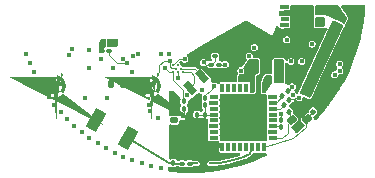
<source format=gbr>
%TF.GenerationSoftware,KiCad,Pcbnew,9.0.5*%
%TF.CreationDate,2025-10-30T22:03:55+01:00*%
%TF.ProjectId,36mm PCB,33366d6d-2050-4434-922e-6b696361645f,rev?*%
%TF.SameCoordinates,Original*%
%TF.FileFunction,Copper,L1,Top*%
%TF.FilePolarity,Positive*%
%FSLAX46Y46*%
G04 Gerber Fmt 4.6, Leading zero omitted, Abs format (unit mm)*
G04 Created by KiCad (PCBNEW 9.0.5) date 2025-10-30 22:03:55*
%MOMM*%
%LPD*%
G01*
G04 APERTURE LIST*
G04 Aperture macros list*
%AMRoundRect*
0 Rectangle with rounded corners*
0 $1 Rounding radius*
0 $2 $3 $4 $5 $6 $7 $8 $9 X,Y pos of 4 corners*
0 Add a 4 corners polygon primitive as box body*
4,1,4,$2,$3,$4,$5,$6,$7,$8,$9,$2,$3,0*
0 Add four circle primitives for the rounded corners*
1,1,$1+$1,$2,$3*
1,1,$1+$1,$4,$5*
1,1,$1+$1,$6,$7*
1,1,$1+$1,$8,$9*
0 Add four rect primitives between the rounded corners*
20,1,$1+$1,$2,$3,$4,$5,0*
20,1,$1+$1,$4,$5,$6,$7,0*
20,1,$1+$1,$6,$7,$8,$9,0*
20,1,$1+$1,$8,$9,$2,$3,0*%
%AMRotRect*
0 Rectangle, with rotation*
0 The origin of the aperture is its center*
0 $1 length*
0 $2 width*
0 $3 Rotation angle, in degrees counterclockwise*
0 Add horizontal line*
21,1,$1,$2,0,0,$3*%
%AMFreePoly0*
4,1,59,0.028499,0.147118,0.029264,0.147118,0.083336,0.124720,0.086045,0.122010,0.089073,0.120690,0.099600,0.108455,0.124720,0.083336,0.127970,0.075489,0.132617,0.070090,0.137032,0.053612,0.147118,0.029264,0.147118,0.015972,0.149895,0.005609,0.147118,-0.009067,0.147118,-0.029264,0.140082,-0.046248,0.137484,-0.059984,0.130440,-0.069525,0.124720,-0.083336,0.107652,-0.100403,
0.097843,-0.113696,0.090457,-0.117598,0.083336,-0.124720,0.053958,-0.136888,0.038823,-0.144889,-0.034562,-0.164553,-0.168307,-0.236668,-0.281816,-0.337682,-0.368970,-0.462151,-0.425070,-0.603363,-0.447092,-0.753706,-0.433849,-0.905077,-0.386055,-1.049313,-0.306285,-1.178638,-0.252564,-1.232360,-0.217047,-1.288884,-0.209573,-1.355221,-0.231621,-1.418231,-0.278825,-1.465435,-0.341835,-1.487484,
-0.408172,-1.480009,-0.464697,-1.444492,-0.579686,-1.305223,-0.666241,-1.146708,-0.721234,-0.974678,-0.742675,-0.795349,-0.729791,-0.615202,-0.683046,-0.440750,-0.604131,-0.278297,-0.495898,-0.133714,-0.362258,-0.012227,-0.208042,0.081772,-0.038823,0.144888,-0.038823,0.144889,-0.034232,0.145059,-0.029264,0.147118,0.020751,0.147118,0.027887,0.147385,0.028499,0.147118,0.028499,0.147118,
$1*%
%AMFreePoly1*
4,1,68,-0.020751,0.147118,0.029264,0.147118,0.034232,0.145059,0.038823,0.144889,0.213119,0.079288,0.371268,-0.019055,0.507193,-0.146362,0.615668,-0.297741,0.692529,-0.467373,0.734818,-0.648741,0.740911,-0.834874,0.710576,-1.018619,0.644974,-1.192915,0.546631,-1.351064,0.419324,-1.486989,0.267945,-1.595465,0.098313,-1.672325,-0.083055,-1.714614,-0.269188,-1.720707,-0.452933,-1.690371,
-0.511953,-1.659178,-0.551593,-1.605466,-0.564005,-1.539873,-0.546726,-1.475392,-0.503183,-1.424793,-0.441997,-1.398097,-0.375288,-1.400593,-0.304545,-1.419548,-0.158173,-1.425025,-0.014252,-1.397794,0.120002,-1.339219,0.237855,-1.252240,0.333399,-1.141216,0.401842,-1.011715,0.439752,-0.870231,0.445229,-0.723859,0.417998,-0.579938,0.359423,-0.445684,0.272444,-0.327831,0.161420,-0.232286,
0.031919,-0.163845,-0.038823,-0.144889,-0.053958,-0.136888,-0.083336,-0.124720,-0.090457,-0.117598,-0.097843,-0.113696,-0.107652,-0.100403,-0.124720,-0.083336,-0.130440,-0.069525,-0.137484,-0.059984,-0.140082,-0.046248,-0.147118,-0.029264,-0.147118,-0.009067,-0.149895,0.005609,-0.147118,0.015972,-0.147118,0.029264,-0.137032,0.053612,-0.132617,0.070090,-0.127970,0.075489,-0.124720,0.083336,
-0.099600,0.108455,-0.089073,0.120690,-0.086045,0.122010,-0.083336,0.124720,-0.029264,0.147118,-0.028499,0.147118,-0.027887,0.147385,-0.020751,0.147118,-0.020751,0.147118,$1*%
G04 Aperture macros list end*
%TA.AperFunction,SMDPad,CuDef*%
%ADD10RoundRect,0.140000X-0.140000X-0.170000X0.140000X-0.170000X0.140000X0.170000X-0.140000X0.170000X0*%
%TD*%
%TA.AperFunction,SMDPad,CuDef*%
%ADD11FreePoly0,210.000000*%
%TD*%
%TA.AperFunction,SMDPad,CuDef*%
%ADD12FreePoly1,210.000000*%
%TD*%
%TA.AperFunction,SMDPad,CuDef*%
%ADD13RoundRect,0.100000X-0.032506X-0.160759X0.163718X0.009817X0.032506X0.160759X-0.163718X-0.009817X0*%
%TD*%
%TA.AperFunction,SMDPad,CuDef*%
%ADD14RoundRect,0.100000X0.130000X0.100000X-0.130000X0.100000X-0.130000X-0.100000X0.130000X-0.100000X0*%
%TD*%
%TA.AperFunction,ComponentPad*%
%ADD15R,1.000000X0.800000*%
%TD*%
%TA.AperFunction,SMDPad,CuDef*%
%ADD16RoundRect,0.100000X-0.100000X0.130000X-0.100000X-0.130000X0.100000X-0.130000X0.100000X0.130000X0*%
%TD*%
%TA.AperFunction,SMDPad,CuDef*%
%ADD17RoundRect,0.200000X-0.102845X0.489309X-0.440940X-0.235738X0.102845X-0.489309X0.440940X0.235738X0*%
%TD*%
%TA.AperFunction,SMDPad,CuDef*%
%ADD18RoundRect,0.100000X0.032506X0.160759X-0.163718X-0.009817X-0.032506X-0.160759X0.163718X0.009817X0*%
%TD*%
%TA.AperFunction,SMDPad,CuDef*%
%ADD19R,0.450000X0.600000*%
%TD*%
%TA.AperFunction,SMDPad,CuDef*%
%ADD20RoundRect,0.140000X-0.198728X-0.094906X0.055038X-0.213239X0.198728X0.094906X-0.055038X0.213239X0*%
%TD*%
%TA.AperFunction,SMDPad,CuDef*%
%ADD21C,0.320000*%
%TD*%
%TA.AperFunction,SMDPad,CuDef*%
%ADD22RoundRect,0.218750X0.218750X0.381250X-0.218750X0.381250X-0.218750X-0.381250X0.218750X-0.381250X0*%
%TD*%
%TA.AperFunction,SMDPad,CuDef*%
%ADD23RoundRect,0.140000X0.140000X0.170000X-0.140000X0.170000X-0.140000X-0.170000X0.140000X-0.170000X0*%
%TD*%
%TA.AperFunction,SMDPad,CuDef*%
%ADD24RotRect,1.000000X1.800000X150.000000*%
%TD*%
%TA.AperFunction,SMDPad,CuDef*%
%ADD25RoundRect,0.100000X0.100000X-0.130000X0.100000X0.130000X-0.100000X0.130000X-0.100000X-0.130000X0*%
%TD*%
%TA.AperFunction,SMDPad,CuDef*%
%ADD26R,0.800000X0.300000*%
%TD*%
%TA.AperFunction,SMDPad,CuDef*%
%ADD27R,1.750000X1.550000*%
%TD*%
%TA.AperFunction,SMDPad,CuDef*%
%ADD28RoundRect,0.147500X-0.147500X-0.172500X0.147500X-0.172500X0.147500X0.172500X-0.147500X0.172500X0*%
%TD*%
%TA.AperFunction,SMDPad,CuDef*%
%ADD29RotRect,0.600000X1.100000X223.000000*%
%TD*%
%TA.AperFunction,SMDPad,CuDef*%
%ADD30RoundRect,0.140000X0.170000X-0.140000X0.170000X0.140000X-0.170000X0.140000X-0.170000X-0.140000X0*%
%TD*%
%TA.AperFunction,SMDPad,CuDef*%
%ADD31R,0.300000X0.800000*%
%TD*%
%TA.AperFunction,SMDPad,CuDef*%
%ADD32R,3.800000X3.800000*%
%TD*%
%TA.AperFunction,SMDPad,CuDef*%
%ADD33C,0.200000*%
%TD*%
%TA.AperFunction,SMDPad,CuDef*%
%ADD34RoundRect,0.090000X0.077320X0.345466X-0.352865X-0.028488X-0.077320X-0.345466X0.352865X0.028488X0*%
%TD*%
%TA.AperFunction,SMDPad,CuDef*%
%ADD35RoundRect,0.100000X-0.130000X-0.100000X0.130000X-0.100000X0.130000X0.100000X-0.130000X0.100000X0*%
%TD*%
%TA.AperFunction,SMDPad,CuDef*%
%ADD36RoundRect,0.100000X-0.160759X0.032506X0.009817X-0.163718X0.160759X-0.032506X-0.009817X0.163718X0*%
%TD*%
%TA.AperFunction,ViaPad*%
%ADD37C,0.400000*%
%TD*%
%TA.AperFunction,Conductor*%
%ADD38C,0.100000*%
%TD*%
%TA.AperFunction,Conductor*%
%ADD39C,0.190000*%
%TD*%
%TA.AperFunction,Conductor*%
%ADD40C,0.172300*%
%TD*%
G04 APERTURE END LIST*
D10*
%TO.P,C18,2*%
%TO.N,GND*%
X147670000Y-101360000D03*
%TO.P,C18,1*%
%TO.N,Net-(IC2-CRST)*%
X146710000Y-101360000D03*
%TD*%
D11*
%TO.P,L2,1,1*%
%TO.N,Net-(IC8-1D-)*%
X142495685Y-100565686D03*
D12*
%TO.P,L2,2,2*%
%TO.N,Net-(IC8-1D+)*%
X142137056Y-100772741D03*
%TD*%
D11*
%TO.P,L3,1,1*%
%TO.N,/Dial/MOT2*%
X150565685Y-100565686D03*
D12*
%TO.P,L3,2,2*%
%TO.N,/Dial/MOT1*%
X150207056Y-100772741D03*
%TD*%
D13*
%TO.P,C7,1*%
%TO.N,/32mhz+*%
X161778493Y-103669939D03*
%TO.P,C7,2*%
%TO.N,GND*%
X162261507Y-103250061D03*
%TD*%
D14*
%TO.P,C33,1*%
%TO.N,GND*%
X159200000Y-100780000D03*
%TO.P,C33,2*%
%TO.N,Net-(D1-VFBSD)*%
X158560000Y-100780000D03*
%TD*%
D15*
%TO.P,J2,1,Pin_1*%
%TO.N,+3V0*%
X165480000Y-95070000D03*
%TO.P,J2,2,Pin_2*%
%TO.N,GND*%
X167080000Y-95070000D03*
%TD*%
D16*
%TO.P,R25,1*%
%TO.N,Net-(TPS3424A11C13ADRLR1-~INT~)*%
X161120000Y-104370000D03*
%TO.P,R25,2*%
%TO.N,/L-S press INT*%
X161120000Y-105010000D03*
%TD*%
D17*
%TO.P,SW5,1,1*%
%TO.N,GND*%
X164877030Y-102496886D03*
%TO.P,SW5,2,2*%
%TO.N,Net-(C20-Pad2)*%
X163336308Y-101778435D03*
%TO.P,SW5,3,3*%
%TO.N,GND*%
X167243692Y-97421565D03*
%TO.P,SW5,4,4*%
%TO.N,Net-(C20-Pad2)*%
X165702970Y-96703114D03*
%TD*%
D18*
%TO.P,R26,1*%
%TO.N,Net-(TPS3424A11C13ADRLR1-kill)*%
X161801507Y-102720061D03*
%TO.P,R26,2*%
%TO.N,/Kill*%
X161318493Y-103139939D03*
%TD*%
D14*
%TO.P,R2,1*%
%TO.N,GND*%
X156160000Y-98980000D03*
%TO.P,R2,2*%
%TO.N,Net-(IC1-RESET)*%
X155520000Y-98980000D03*
%TD*%
D19*
%TO.P,LED1,1,K*%
%TO.N,Net-(LED1-K)*%
X146030000Y-97780000D03*
%TO.P,LED1,2,A*%
%TO.N,/Power/Charge +*%
X147030000Y-97780000D03*
%TD*%
D20*
%TO.P,C15,1*%
%TO.N,+3V0*%
X166354972Y-95867143D03*
%TO.P,C15,2*%
%TO.N,GND*%
X167225028Y-96272857D03*
%TD*%
D21*
%TO.P,IC4,A1,OUT*%
%TO.N,Net-(IC4-OUT)*%
X153953000Y-108052500D03*
%TO.P,IC4,A2,GND4*%
%TO.N,GND*%
X154530000Y-108052500D03*
%TO.P,IC4,A3,IN*%
%TO.N,/ANT*%
X155107000Y-108052500D03*
%TO.P,IC4,B1,GND3*%
%TO.N,GND*%
X153953000Y-107552500D03*
%TO.P,IC4,B2,GND2*%
X154530000Y-107552500D03*
%TO.P,IC4,B3,GND1*%
X155107000Y-107552500D03*
%TD*%
D22*
%TO.P,L4,1*%
%TO.N,Net-(L1-Pad2)*%
X160902500Y-99830000D03*
%TO.P,L4,2*%
%TO.N,Net-(D1-VFBSD)*%
X158777500Y-99830000D03*
%TD*%
D23*
%TO.P,C34,1*%
%TO.N,Net-(D1-VFBSD)*%
X157750000Y-100840000D03*
%TO.P,C34,2*%
%TO.N,GND*%
X156790000Y-100840000D03*
%TD*%
D24*
%TO.P,ANT1,1,FEED*%
%TO.N,Net-(ANT1-FEED)*%
X148122339Y-105905000D03*
%TO.P,ANT1,2,NC*%
%TO.N,unconnected-(ANT1-NC-Pad2)*%
X145437661Y-104355000D03*
%TD*%
D25*
%TO.P,C32,1*%
%TO.N,Net-(ANT1-FEED)*%
X151980001Y-108040000D03*
%TO.P,C32,2*%
%TO.N,GND*%
X151979999Y-107400000D03*
%TD*%
%TO.P,C28,1*%
%TO.N,GND*%
X154680000Y-104560000D03*
%TO.P,C28,2*%
%TO.N,/ADC*%
X154680000Y-103920000D03*
%TD*%
D16*
%TO.P,R1,1*%
%TO.N,/Dial/VDD PROG*%
X152880000Y-102810000D03*
%TO.P,R1,2*%
%TO.N,+1V8*%
X152880000Y-103450000D03*
%TD*%
D14*
%TO.P,R6,1*%
%TO.N,/Power/STAT*%
X146550000Y-98530000D03*
%TO.P,R6,2*%
%TO.N,Net-(LED1-K)*%
X145910000Y-98530000D03*
%TD*%
D26*
%TO.P,IC5,1,VDD_1*%
%TO.N,/Power/Charge +*%
X164390000Y-96340000D03*
%TO.P,IC5,2,VDD_2*%
X164390000Y-95840000D03*
%TO.P,IC5,3,VBAT_1*%
%TO.N,+3V0*%
X164390000Y-95339999D03*
%TO.P,IC5,4,VBAT_2*%
X164390001Y-94840000D03*
%TO.P,IC5,5,STAT*%
%TO.N,/Power/STAT*%
X161390000Y-94840000D03*
%TO.P,IC5,6,VSS*%
%TO.N,GND*%
X161390000Y-95340000D03*
%TO.P,IC5,7,NC*%
%TO.N,unconnected-(IC5-NC-Pad7)*%
X161390000Y-95840001D03*
%TO.P,IC5,8,PROG*%
%TO.N,Net-(IC5-PROG)*%
X161389999Y-96340000D03*
D27*
%TO.P,IC5,9,EP*%
%TO.N,GND*%
X162890000Y-95590000D03*
%TD*%
D28*
%TO.P,L1,1*%
%TO.N,Net-(D1-VLXSD)*%
X160025000Y-100900000D03*
%TO.P,L1,2*%
%TO.N,Net-(L1-Pad2)*%
X160995000Y-100900000D03*
%TD*%
D29*
%TO.P,Y1,1,1*%
%TO.N,/Dial/OSCIN*%
X154431948Y-100682602D03*
%TO.P,Y1,2,2*%
%TO.N,/Dial/OSCOUT*%
X153408052Y-101637398D03*
%TD*%
D30*
%TO.P,C25,1*%
%TO.N,/Peripherals/VDDIO*%
X152070000Y-104380000D03*
%TO.P,C25,2*%
%TO.N,GND*%
X152070000Y-103420000D03*
%TD*%
D25*
%TO.P,R20,1*%
%TO.N,GND*%
X153980000Y-104560000D03*
%TO.P,R20,2*%
%TO.N,/ADC*%
X153980000Y-103920000D03*
%TD*%
D26*
%TO.P,D1,1,PB3*%
%TO.N,/H_Tim2*%
X155385000Y-102420000D03*
%TO.P,D1,2,PB2*%
%TO.N,/H_Tim1*%
X155385000Y-102920000D03*
%TO.P,D1,3,PB1*%
%TO.N,/BMP581_INT*%
X155385000Y-103420000D03*
%TO.P,D1,4,PB0*%
%TO.N,/ADC*%
X155385000Y-103920000D03*
%TO.P,D1,5,PA3*%
%TO.N,/SWCLK*%
X155385000Y-104420000D03*
%TO.P,D1,6,PA2*%
%TO.N,/SWDIO*%
X155385000Y-104920000D03*
%TO.P,D1,7,PA1*%
%TO.N,unconnected-(D1-PA1-Pad7)*%
X155385000Y-105420000D03*
%TO.P,D1,8,PA0*%
%TO.N,unconnected-(D1-PA0-Pad8)*%
X155385000Y-105920000D03*
D31*
%TO.P,D1,9,PA8*%
%TO.N,/Select dial*%
X156135000Y-106670000D03*
%TO.P,D1,10,PA9*%
%TO.N,/H_on_GPIO*%
X156635000Y-106670000D03*
%TO.P,D1,11,PA10*%
%TO.N,/PCF_Reset*%
X157135000Y-106670000D03*
%TO.P,D1,12,PA11*%
%TO.N,/DEBLED*%
X157635000Y-106670000D03*
%TO.P,D1,13,VDD2*%
%TO.N,+3.3V*%
X158135000Y-106670000D03*
%TO.P,D1,14,RF1*%
%TO.N,/ANT*%
X158635000Y-106670000D03*
%TO.P,D1,15,VDDRF*%
%TO.N,+3.3V*%
X159135000Y-106670000D03*
%TO.P,D1,16,OSCOUT*%
%TO.N,/32mhz-*%
X159635000Y-106670000D03*
D26*
%TO.P,D1,17,OSCIN*%
%TO.N,/32mhz+*%
X160385000Y-105920000D03*
%TO.P,D1,18,PB15*%
%TO.N,/Button press*%
X160385000Y-105420000D03*
%TO.P,D1,19,PB14*%
%TO.N,/L-S press INT*%
X160385000Y-104920000D03*
%TO.P,D1,20,PB13/XTALI*%
%TO.N,unconnected-(D1-PB13{slash}XTALI-Pad20)*%
X160385000Y-104420000D03*
%TO.P,D1,21,PB12/XTALO*%
%TO.N,unconnected-(D1-PB12{slash}XTALO-Pad21)*%
X160385000Y-103920000D03*
%TO.P,D1,22,PB7*%
%TO.N,/Kill*%
X160385000Y-103420000D03*
%TO.P,D1,23,PB6*%
%TO.N,/KeepOn*%
X160385000Y-102920000D03*
%TO.P,D1,24,VDDSD*%
%TO.N,+3.3V*%
X160385000Y-102420000D03*
D31*
%TO.P,D1,25,VLXSD*%
%TO.N,Net-(D1-VLXSD)*%
X159635000Y-101670000D03*
%TO.P,D1,26,VSS*%
%TO.N,GND*%
X159135000Y-101670000D03*
%TO.P,D1,27,VFBSD*%
%TO.N,Net-(D1-VFBSD)*%
X158635000Y-101670000D03*
%TO.P,D1,28,VCAP*%
%TO.N,Net-(D1-VCAP)*%
X158135000Y-101670000D03*
%TO.P,D1,29,RSTN*%
%TO.N,/NRST*%
X157635000Y-101670000D03*
%TO.P,D1,30,PB5*%
%TO.N,/I2C_SCL*%
X157135000Y-101670000D03*
%TO.P,D1,31,PB4*%
%TO.N,/I2C_SDA*%
X156635000Y-101670000D03*
%TO.P,D1,32,VDD1*%
%TO.N,+3.3V*%
X156135000Y-101670000D03*
D32*
%TO.P,D1,33,GND*%
%TO.N,GND*%
X157885000Y-104170000D03*
%TD*%
D33*
%TO.P,IC1,A1,VSS*%
%TO.N,GND*%
X152830000Y-99760000D03*
%TO.P,IC1,A3,I.C.*%
%TO.N,unconnected-(IC1-I.C.-PadA3)*%
X152400000Y-99760000D03*
%TO.P,IC1,A5,RESET*%
%TO.N,Net-(IC1-RESET)*%
X151970000Y-99760000D03*
%TO.P,IC1,B2,OSCIN*%
%TO.N,/Dial/OSCIN*%
X152625000Y-100040000D03*
%TO.P,IC1,B4,MOT2*%
%TO.N,/Dial/MOT2*%
X152175000Y-100040000D03*
%TO.P,IC1,C1,OSCOUT*%
%TO.N,/Dial/OSCOUT*%
X152830000Y-100320000D03*
%TO.P,IC1,C3,MOT1*%
%TO.N,/Dial/MOT1*%
X152400000Y-100320000D03*
%TO.P,IC1,C5,VDD*%
%TO.N,/Dial/VDD PROG*%
X151970000Y-100320000D03*
%TD*%
D18*
%TO.P,R24,1*%
%TO.N,Net-(LDLN025PU1-EN)*%
X161681506Y-101890060D03*
%TO.P,R24,2*%
%TO.N,/KeepOn*%
X161198494Y-102309940D03*
%TD*%
D16*
%TO.P,R19,1*%
%TO.N,+3V0*%
X154680000Y-102510000D03*
%TO.P,R19,2*%
%TO.N,/ADC*%
X154680000Y-103150000D03*
%TD*%
D34*
%TO.P,Y3,1,1*%
%TO.N,/32mhz-*%
X163318646Y-104297453D03*
%TO.P,Y3,2,2*%
%TO.N,GND*%
X162793798Y-103693685D03*
%TO.P,Y3,3,3*%
%TO.N,/32mhz+*%
X162001354Y-104382547D03*
%TO.P,Y3,4,4*%
%TO.N,GND*%
X162526202Y-104986315D03*
%TD*%
D35*
%TO.P,R30,1*%
%TO.N,Net-(IC1-RESET)*%
X155190000Y-99680000D03*
%TO.P,R30,2*%
%TO.N,/PCF_Reset*%
X155830000Y-99680000D03*
%TD*%
D36*
%TO.P,C8,1*%
%TO.N,GND*%
X163380061Y-103178493D03*
%TO.P,C8,2*%
%TO.N,/32mhz-*%
X163799939Y-103661507D03*
%TD*%
D14*
%TO.P,R7,1*%
%TO.N,Net-(IC4-OUT)*%
X153350000Y-108070001D03*
%TO.P,R7,2*%
%TO.N,Net-(ANT1-FEED)*%
X152710000Y-108069999D03*
%TD*%
D37*
%TO.N,GND*%
X151930000Y-102770000D03*
X151930000Y-102240000D03*
X151565954Y-98778557D03*
X150965954Y-98778557D03*
X162430000Y-100380000D03*
X160780000Y-96750000D03*
X164310000Y-97410000D03*
X158560000Y-105090000D03*
X158540000Y-104260000D03*
X157320000Y-103720000D03*
X156580000Y-103720000D03*
X157845000Y-104450000D03*
X145850000Y-99200000D03*
X159940000Y-98810000D03*
X162830000Y-103070000D03*
X140174791Y-100282707D03*
X145556824Y-106363784D03*
X167832791Y-96464370D03*
X163260000Y-95090001D03*
X167948428Y-95649789D03*
X167671581Y-97271170D03*
X151709590Y-108543764D03*
X148510174Y-107801021D03*
X168010000Y-94840000D03*
X146993070Y-107165478D03*
X158111156Y-96180002D03*
X166583318Y-100370140D03*
X155511928Y-97669994D03*
X165740000Y-98810000D03*
X166920316Y-99619575D03*
X158020000Y-103520000D03*
X154994071Y-108554639D03*
X167214622Y-98851267D03*
X156031544Y-97369993D03*
X159670000Y-97080000D03*
X156430000Y-103010000D03*
X158967765Y-107541734D03*
X141908027Y-103072657D03*
X142435781Y-103703838D03*
X146263680Y-106784815D03*
X156359200Y-107521581D03*
X165327473Y-102491993D03*
X158630771Y-96480002D03*
X155809089Y-108442121D03*
X164831647Y-103148553D03*
X157590386Y-96469999D03*
X140962929Y-101726437D03*
X153400000Y-107370000D03*
X157070770Y-96770000D03*
X143593376Y-104872382D03*
X149293098Y-108053893D03*
X150895336Y-108425853D03*
X156616499Y-108284001D03*
X140548570Y-101015648D03*
X139842771Y-99529927D03*
X152529183Y-108615753D03*
X162526202Y-104986315D03*
X166204694Y-101100590D03*
X142998156Y-104304378D03*
X152740000Y-107370000D03*
X150088989Y-108262390D03*
X157413754Y-108080779D03*
X158198335Y-107833096D03*
X144219560Y-105406055D03*
X139540000Y-98780000D03*
X154174020Y-108621199D03*
X167465307Y-98067640D03*
X147742691Y-107504570D03*
X153351525Y-108641592D03*
X159150385Y-96780000D03*
X156551154Y-97070001D03*
X153382512Y-103412512D03*
X144800000Y-98450000D03*
X147660000Y-101350000D03*
X165785638Y-101808620D03*
X141416558Y-102412829D03*
X144480000Y-102550000D03*
X144874732Y-105903713D03*
%TO.N,+3.3V*%
X148840000Y-101780000D03*
X144800000Y-99950000D03*
X150710000Y-104170000D03*
X159135000Y-106470000D03*
X146380000Y-102550000D03*
X160190000Y-102420000D03*
X154370000Y-101860000D03*
X158135000Y-106870000D03*
X146900000Y-99950000D03*
X161930000Y-99420000D03*
X157690000Y-100210000D03*
X158392122Y-98953911D03*
X156135000Y-101870000D03*
%TO.N,Net-(C20-Pad2)*%
X163380000Y-102070000D03*
%TO.N,+3V0*%
X161580000Y-97590000D03*
X155450000Y-101500000D03*
X162840000Y-99420000D03*
%TO.N,/Peripherals/VDDIO*%
X152070847Y-104384273D03*
%TO.N,Net-(IC2-CRST)*%
X146710000Y-101360000D03*
%TO.N,/Power/Charge +*%
X164393692Y-96037382D03*
X146555002Y-97999998D03*
%TO.N,/NRST*%
X157635000Y-101470000D03*
%TO.N,+1V8*%
X152774641Y-104064641D03*
X158830000Y-98250000D03*
%TO.N,Net-(D1-VCAP)*%
X158135000Y-101670000D03*
%TO.N,/I2C_SCL*%
X149897012Y-103110719D03*
X157135000Y-101870000D03*
%TO.N,/SWDIO*%
X155190000Y-104920000D03*
%TO.N,/H_Tim2*%
X155580000Y-102420000D03*
X148983266Y-98778557D03*
%TO.N,/Button press*%
X162070000Y-102220000D03*
X160180000Y-105420000D03*
%TO.N,/DEBLED*%
X157635000Y-106470000D03*
%TO.N,/H_on_GPIO*%
X156630000Y-106470000D03*
X147700000Y-99201000D03*
%TO.N,/H_Tim1*%
X148534974Y-98999999D03*
X155190000Y-102920000D03*
%TO.N,/Select dial*%
X156130000Y-106870000D03*
X148460000Y-100294323D03*
%TO.N,/I2C_SDA*%
X156640000Y-101470000D03*
X153149592Y-102240000D03*
X150000000Y-103600000D03*
%TO.N,/PCF_Reset*%
X157135000Y-106870000D03*
X156370000Y-99680000D03*
%TO.N,/SWCLK*%
X155580000Y-104420000D03*
%TO.N,/BMP581_INT*%
X155580000Y-103420000D03*
%TO.N,/Dial/MOT1*%
X152329119Y-100779693D03*
X143400000Y-98351003D03*
X148847277Y-100973924D03*
%TO.N,/Dial/VDD PROG*%
X151256277Y-99961251D03*
%TO.N,/Dial/MOT2*%
X143160000Y-98870000D03*
X151657420Y-99369628D03*
%TO.N,Net-(IC1-RESET)*%
X154540000Y-99499999D03*
X152950000Y-99210000D03*
%TO.N,/Power/STAT*%
X148074517Y-99549495D03*
X161190000Y-94830000D03*
%TO.N,Net-(IC5-PROG)*%
X161190000Y-96340000D03*
%TO.N,Net-(IC8-1D-)*%
X142482000Y-101340000D03*
%TO.N,Net-(IC8-1D+)*%
X141982169Y-101326916D03*
%TO.N,Net-(LDLN025PU1-EN)*%
X162040000Y-101570000D03*
X163720000Y-97940000D03*
X166044763Y-99650018D03*
%TO.N,Net-(TPS3424A11C13ADRLR1-~INT~)*%
X166074763Y-100210018D03*
X161120000Y-103880000D03*
%TO.N,Net-(TPS3424A11C13ADRLR1-kill)*%
X162600000Y-102490000D03*
X165624763Y-100560018D03*
%TD*%
D38*
%TO.N,/Dial/VDD PROG*%
X152798592Y-102438592D02*
X152798592Y-101808592D01*
X152880000Y-102520000D02*
X152798592Y-102438592D01*
X152798592Y-101808592D02*
X151970000Y-100980000D01*
X152880000Y-102810000D02*
X152880000Y-102520000D01*
X151970000Y-100980000D02*
X151970000Y-100320000D01*
D39*
%TO.N,/ANT*%
X158296181Y-107319369D02*
X158424186Y-107228701D01*
D40*
%TO.N,Net-(ANT1-FEED)*%
X151814935Y-108040000D02*
G75*
G02*
X151592039Y-107978492I-35J434500D01*
G01*
X152010000Y-108069999D02*
X151980001Y-108040000D01*
X152710000Y-108069999D02*
X152010000Y-108069999D01*
X151980001Y-108040000D02*
X151814935Y-108040000D01*
X148122339Y-105905000D02*
X151592048Y-107978477D01*
D38*
%TO.N,+3V0*%
X155450000Y-101500000D02*
X155123000Y-101827000D01*
X155123000Y-101830000D02*
X154680000Y-102273000D01*
X154680000Y-102273000D02*
X154680000Y-102510000D01*
X155123000Y-101827000D02*
X155123000Y-101830000D01*
%TO.N,/32mhz+*%
X161190000Y-105920000D02*
X161640000Y-105470000D01*
X160385000Y-105920000D02*
X161190000Y-105920000D01*
X161640000Y-104743901D02*
X162001354Y-104382547D01*
X161640000Y-105470000D02*
X161640000Y-104743901D01*
X161778493Y-103669939D02*
X162001354Y-104382547D01*
%TO.N,/32mhz-*%
X163200000Y-105010000D02*
X163318646Y-104297453D01*
X162140000Y-105910000D02*
X163200000Y-105010000D01*
X163318646Y-104142800D02*
X163799939Y-103661507D01*
X159635000Y-106670000D02*
X162140000Y-105910000D01*
X163318646Y-104297453D02*
X163318646Y-104142800D01*
%TO.N,/Peripherals/VDDIO*%
X152070847Y-104384273D02*
X152070847Y-104380847D01*
X152070847Y-104380847D02*
X152070000Y-104380000D01*
%TO.N,/ADC*%
X154680000Y-103920000D02*
X154680000Y-103150000D01*
X153980000Y-103920000D02*
X154680000Y-103920000D01*
X154680000Y-103920000D02*
X155190000Y-103920000D01*
%TO.N,+1V8*%
X152880000Y-103959282D02*
X152774641Y-104064641D01*
X152880000Y-103450000D02*
X152880000Y-103959282D01*
D39*
%TO.N,/ANT*%
X156901229Y-107798549D02*
X156935000Y-107790000D01*
X158628564Y-106850194D02*
X158635000Y-106670000D01*
X155465011Y-108046134D02*
X155107000Y-108052500D01*
X156174999Y-107964999D02*
X156154360Y-107969240D01*
X156935000Y-107790000D02*
X157059548Y-107758469D01*
X156154360Y-107969240D02*
X156147901Y-107970567D01*
X157957759Y-107488495D02*
X157595710Y-107604711D01*
X156147901Y-107970567D02*
G75*
G02*
X155465011Y-108046130I-749001J3645467D01*
G01*
X158628564Y-106850194D02*
G75*
G02*
X158424198Y-107228718I-484764J17294D01*
G01*
X157595710Y-107604711D02*
G75*
G02*
X157059548Y-107758467I-2721610J8478811D01*
G01*
X156901229Y-107798549D02*
G75*
G02*
X156174999Y-107964997I-4037329J15947749D01*
G01*
X158296181Y-107319369D02*
G75*
G02*
X157957761Y-107488503I-718181J1013869D01*
G01*
D38*
%TO.N,/Kill*%
X160385000Y-103420000D02*
X161038432Y-103420000D01*
X161038432Y-103420000D02*
X161318493Y-103139939D01*
%TO.N,/KeepOn*%
X161198494Y-102371506D02*
X161198494Y-102309940D01*
X160385000Y-102920000D02*
X160650000Y-102920000D01*
X160650000Y-102920000D02*
X161198494Y-102371506D01*
%TO.N,/L-S press INT*%
X161030000Y-104920000D02*
X160385000Y-104920000D01*
X161120000Y-105010000D02*
X161030000Y-104920000D01*
%TO.N,/PCF_Reset*%
X155830000Y-99680000D02*
X156370000Y-99680000D01*
%TO.N,/Dial/OSCIN*%
X154431948Y-100682602D02*
X153789346Y-100040000D01*
X153789346Y-100040000D02*
X152625000Y-100040000D01*
%TO.N,/Dial/MOT1*%
X149048460Y-100772741D02*
X150207056Y-100772741D01*
X148847277Y-100973924D02*
X149048460Y-100772741D01*
X152400000Y-100708812D02*
X152329119Y-100779693D01*
X152400000Y-100320000D02*
X152400000Y-100708812D01*
%TO.N,/Dial/VDD PROG*%
X151256277Y-99961251D02*
X151615026Y-100320000D01*
X151615026Y-100320000D02*
X151970000Y-100320000D01*
%TO.N,/Dial/MOT2*%
X151690000Y-99530000D02*
X151550000Y-99390000D01*
X152175000Y-100040000D02*
X152144999Y-100010000D01*
X151690000Y-99859986D02*
X151690000Y-99530000D01*
X152144999Y-100010000D02*
X151840004Y-100009990D01*
X150800000Y-99760000D02*
X150800000Y-100331371D01*
X150800000Y-100331371D02*
X150565685Y-100565686D01*
X151550000Y-99390000D02*
X151170000Y-99390000D01*
X151170000Y-99390000D02*
X150800000Y-99760000D01*
X151840004Y-100009990D02*
X151690000Y-99859986D01*
%TO.N,Net-(IC1-RESET)*%
X152541706Y-99210000D02*
X152950000Y-99210000D01*
X155520000Y-99350000D02*
X155520000Y-98980000D01*
X152490352Y-99239648D02*
X152541706Y-99210000D01*
X155190000Y-99680000D02*
X155520000Y-99350000D01*
X154720001Y-99680000D02*
X154540000Y-99499999D01*
X155190000Y-99680000D02*
X154720001Y-99680000D01*
X151970000Y-99760000D02*
X152490352Y-99239648D01*
%TO.N,/Dial/OSCOUT*%
X153760000Y-101285450D02*
X153760000Y-100640000D01*
X153440000Y-100320000D02*
X152830000Y-100320000D01*
X153760000Y-100640000D02*
X153440000Y-100320000D01*
X153408052Y-101637398D02*
X153760000Y-101285450D01*
D39*
%TO.N,Net-(IC4-OUT)*%
X153953000Y-108052500D02*
X153367501Y-108052500D01*
X153367501Y-108052500D02*
X153350000Y-108070001D01*
D38*
%TO.N,/Power/STAT*%
X146550000Y-98860000D02*
X146550000Y-98530000D01*
X148069438Y-99554575D02*
X147244575Y-99554575D01*
X148074517Y-99549495D02*
X148069438Y-99554575D01*
X147244575Y-99554575D02*
X146550000Y-98860000D01*
%TO.N,Net-(IC8-1D-)*%
X142482000Y-100579371D02*
X142495685Y-100565686D01*
X142482000Y-101340000D02*
X142482000Y-100579371D01*
%TO.N,Net-(IC8-1D+)*%
X141982169Y-100927628D02*
X142137056Y-100772741D01*
X141982169Y-101326916D02*
X141982169Y-100927628D01*
%TO.N,Net-(LDLN025PU1-EN)*%
X161681506Y-101890060D02*
X162040000Y-101570000D01*
%TO.N,Net-(TPS3424A11C13ADRLR1-~INT~)*%
X161120000Y-104370000D02*
X161120000Y-103880000D01*
%TO.N,Net-(TPS3424A11C13ADRLR1-kill)*%
X162600000Y-102490000D02*
X161921568Y-102600000D01*
X161921568Y-102600000D02*
X161801507Y-102720061D01*
%TD*%
%TA.AperFunction,Conductor*%
%TO.N,Net-(D1-VFBSD)*%
G36*
X159161992Y-99249685D02*
G01*
X159207747Y-99302489D01*
X159218949Y-99355042D01*
X159210727Y-100333397D01*
X159204212Y-100354910D01*
X159202297Y-100377304D01*
X159194283Y-100387703D01*
X159190479Y-100400269D01*
X159173369Y-100414844D01*
X159159650Y-100432649D01*
X159140760Y-100442623D01*
X159137293Y-100445578D01*
X159128440Y-100449130D01*
X159043398Y-100479505D01*
X159025881Y-100484347D01*
X158991768Y-100491132D01*
X158991767Y-100491133D01*
X158982606Y-100497254D01*
X158955430Y-100510923D01*
X158870000Y-100541436D01*
X158869999Y-100541439D01*
X158870654Y-100641594D01*
X158870061Y-100654546D01*
X158869500Y-100660247D01*
X158869500Y-100899751D01*
X158870140Y-100902967D01*
X158872517Y-100926334D01*
X158879183Y-101945189D01*
X158876577Y-101954282D01*
X158877924Y-101963647D01*
X158867108Y-101987328D01*
X158859938Y-102012356D01*
X158852828Y-102018597D01*
X158848899Y-102027203D01*
X158826997Y-102041278D01*
X158807434Y-102058455D01*
X158796515Y-102060867D01*
X158790121Y-102064977D01*
X158755186Y-102070000D01*
X158604000Y-102070000D01*
X158536961Y-102050315D01*
X158491206Y-101997511D01*
X158480000Y-101946000D01*
X158480000Y-101170000D01*
X158306067Y-101170000D01*
X158295888Y-101169500D01*
X157974105Y-101169500D01*
X157963945Y-101170000D01*
X157806067Y-101170000D01*
X157795889Y-101169500D01*
X157794899Y-101169500D01*
X157674563Y-101169500D01*
X157674562Y-101169500D01*
X157596057Y-101169500D01*
X157529018Y-101149815D01*
X157483263Y-101097011D01*
X157472074Y-101043468D01*
X157478949Y-100624108D01*
X157499728Y-100557404D01*
X157553275Y-100512521D01*
X157622587Y-100503712D01*
X157635013Y-100506366D01*
X157650438Y-100510500D01*
X157650440Y-100510500D01*
X157729560Y-100510500D01*
X157729562Y-100510500D01*
X157805989Y-100490021D01*
X157874511Y-100450460D01*
X157930460Y-100394511D01*
X157970021Y-100325989D01*
X157990500Y-100249562D01*
X157990500Y-100170438D01*
X157970021Y-100094011D01*
X157970017Y-100094004D01*
X157930466Y-100025498D01*
X157930462Y-100025493D01*
X157930460Y-100025489D01*
X157930456Y-100025485D01*
X157926807Y-100020730D01*
X157901610Y-99955562D01*
X157915644Y-99887116D01*
X157921035Y-99877934D01*
X158287572Y-99311079D01*
X158340504Y-99265473D01*
X158391700Y-99254411D01*
X158431682Y-99254411D01*
X158431684Y-99254411D01*
X158507019Y-99234224D01*
X158539110Y-99230000D01*
X159094953Y-99230000D01*
X159161992Y-99249685D01*
G37*
%TD.AperFunction*%
%TD*%
%TA.AperFunction,Conductor*%
%TO.N,Net-(L1-Pad2)*%
G36*
X161283039Y-99249685D02*
G01*
X161328794Y-99302489D01*
X161340000Y-99354000D01*
X161340000Y-101106000D01*
X161320315Y-101173039D01*
X161267511Y-101218794D01*
X161216000Y-101230000D01*
X160593381Y-101230000D01*
X160526342Y-101210315D01*
X160480587Y-101157511D01*
X160469383Y-101106620D01*
X160460623Y-99354620D01*
X160479972Y-99287483D01*
X160532546Y-99241465D01*
X160584621Y-99230000D01*
X161216000Y-99230000D01*
X161283039Y-99249685D01*
G37*
%TD.AperFunction*%
%TD*%
%TA.AperFunction,Conductor*%
%TO.N,Net-(D1-VLXSD)*%
G36*
X160261262Y-100600683D02*
G01*
X160307905Y-100652704D01*
X160320000Y-100706119D01*
X160320000Y-101184508D01*
X160301221Y-101250116D01*
X159826409Y-102011608D01*
X159819015Y-102018193D01*
X159814901Y-102027203D01*
X159793354Y-102041049D01*
X159774235Y-102058080D01*
X159762887Y-102060629D01*
X159756123Y-102064977D01*
X159721188Y-102070000D01*
X159612459Y-102070000D01*
X159545420Y-102050315D01*
X159499665Y-101997511D01*
X159488469Y-101947550D01*
X159480285Y-101292867D01*
X159487890Y-101248538D01*
X159700680Y-100669750D01*
X159742287Y-100613624D01*
X159807636Y-100588900D01*
X159814927Y-100588560D01*
X160193900Y-100582137D01*
X160261262Y-100600683D01*
G37*
%TD.AperFunction*%
%TD*%
%TA.AperFunction,Conductor*%
%TO.N,/Power/Charge +*%
G36*
X147205430Y-97499497D02*
G01*
X147251185Y-97552301D01*
X147262391Y-97603812D01*
X147262391Y-98056000D01*
X147242706Y-98123039D01*
X147189902Y-98168794D01*
X147138391Y-98180000D01*
X146485862Y-98180000D01*
X146480901Y-98178543D01*
X146475840Y-98179594D01*
X146447719Y-98168800D01*
X146418823Y-98160315D01*
X146415438Y-98156408D01*
X146410611Y-98154556D01*
X146392785Y-98130266D01*
X146373068Y-98107511D01*
X146371506Y-98101270D01*
X146369273Y-98098227D01*
X146366625Y-98081761D01*
X146362099Y-98063670D01*
X146361752Y-98058079D01*
X146361980Y-98050112D01*
X146360448Y-98037043D01*
X146360239Y-98033656D01*
X146360406Y-98032919D01*
X146360002Y-98025986D01*
X146360002Y-97987812D01*
X146361306Y-97969875D01*
X146361440Y-97968959D01*
X146364991Y-97944668D01*
X146365406Y-97930144D01*
X146365404Y-97930114D01*
X146365402Y-97929667D01*
X146365466Y-97924618D01*
X146365500Y-97923590D01*
X146365500Y-97603812D01*
X146385185Y-97536773D01*
X146437989Y-97491018D01*
X146489500Y-97479812D01*
X147138391Y-97479812D01*
X147205430Y-97499497D01*
G37*
%TD.AperFunction*%
%TD*%
%TA.AperFunction,Conductor*%
%TO.N,Net-(LED1-K)*%
G36*
X146203039Y-97499685D02*
G01*
X146248794Y-97552489D01*
X146260000Y-97604000D01*
X146260000Y-97923592D01*
X146259755Y-97925447D01*
X146259949Y-97927131D01*
X146259534Y-97941655D01*
X146254502Y-97960436D01*
X146254502Y-98039560D01*
X146256523Y-98047102D01*
X146256057Y-98063427D01*
X146243897Y-98113546D01*
X146140000Y-98330000D01*
X146140000Y-98606000D01*
X146137449Y-98614685D01*
X146138738Y-98623647D01*
X146127759Y-98647687D01*
X146120315Y-98673039D01*
X146113474Y-98678966D01*
X146109713Y-98687203D01*
X146087478Y-98701492D01*
X146067511Y-98718794D01*
X146056996Y-98721081D01*
X146050935Y-98724977D01*
X146016000Y-98730000D01*
X145804000Y-98730000D01*
X145736961Y-98710315D01*
X145691206Y-98657511D01*
X145680000Y-98606000D01*
X145680000Y-98338706D01*
X145681218Y-98321372D01*
X145717634Y-98063427D01*
X145784941Y-97586665D01*
X145813803Y-97523037D01*
X145872485Y-97485112D01*
X145907723Y-97480000D01*
X146136000Y-97480000D01*
X146203039Y-97499685D01*
G37*
%TD.AperFunction*%
%TD*%
%TA.AperFunction,Conductor*%
%TO.N,Net-(C20-Pad2)*%
G36*
X165614169Y-96004039D02*
G01*
X166294800Y-96316457D01*
X166347515Y-96362312D01*
X166367071Y-96429389D01*
X166355527Y-96481398D01*
X163602361Y-102407297D01*
X163556262Y-102459801D01*
X163489095Y-102479047D01*
X163437412Y-102467391D01*
X162742613Y-102142732D01*
X162690210Y-102096518D01*
X162671111Y-102029309D01*
X162682794Y-101977836D01*
X163899635Y-99377510D01*
X165189357Y-96621443D01*
X165235600Y-96569066D01*
X165301668Y-96550000D01*
X165430000Y-96550000D01*
X165430000Y-96549999D01*
X165429590Y-96499898D01*
X165426668Y-96142915D01*
X165429197Y-96131323D01*
X165428095Y-96123118D01*
X165438350Y-96089355D01*
X165450133Y-96064174D01*
X165496374Y-96011801D01*
X165563594Y-95992740D01*
X165614169Y-96004039D01*
G37*
%TD.AperFunction*%
%TD*%
%TA.AperFunction,Conductor*%
%TO.N,+3V0*%
G36*
X165981184Y-94689685D02*
G01*
X166016878Y-94724560D01*
X166458233Y-95377524D01*
X166479467Y-95444089D01*
X166479500Y-95446961D01*
X166479500Y-95479894D01*
X166479501Y-95479903D01*
X166485330Y-95509212D01*
X166507542Y-95542457D01*
X166524219Y-95553599D01*
X166540787Y-95564669D01*
X166541557Y-95564822D01*
X166543076Y-95565616D01*
X166552072Y-95569343D01*
X166551738Y-95570147D01*
X166568467Y-95578897D01*
X166596377Y-95590870D01*
X166600918Y-95595871D01*
X166603469Y-95597206D01*
X166620102Y-95617000D01*
X166670905Y-95692161D01*
X166692139Y-95758726D01*
X166680825Y-95813421D01*
X166531380Y-96138303D01*
X166485481Y-96190982D01*
X166418387Y-96210483D01*
X166367870Y-96199574D01*
X165239542Y-95692161D01*
X164790000Y-95490000D01*
X164789999Y-95490000D01*
X164114000Y-95490000D01*
X164046961Y-95470315D01*
X164001206Y-95417511D01*
X163990000Y-95366000D01*
X163990000Y-94794000D01*
X164009685Y-94726961D01*
X164062489Y-94681206D01*
X164114000Y-94670000D01*
X165914145Y-94670000D01*
X165981184Y-94689685D01*
G37*
%TD.AperFunction*%
%TD*%
%TA.AperFunction,Conductor*%
%TO.N,/Power/Charge +*%
G36*
X164733039Y-95709685D02*
G01*
X164778794Y-95762489D01*
X164790000Y-95814000D01*
X164790000Y-96366000D01*
X164770315Y-96433039D01*
X164717511Y-96478794D01*
X164666000Y-96490000D01*
X164114000Y-96490000D01*
X164046961Y-96470315D01*
X164001206Y-96417511D01*
X163990000Y-96366000D01*
X163990000Y-95814000D01*
X164009685Y-95746961D01*
X164062489Y-95701206D01*
X164114000Y-95690000D01*
X164666000Y-95690000D01*
X164733039Y-95709685D01*
G37*
%TD.AperFunction*%
%TD*%
%TA.AperFunction,Conductor*%
%TO.N,GND*%
G36*
X154166319Y-102101676D02*
G01*
X154166728Y-102101605D01*
X154168920Y-102102325D01*
X154199759Y-102110024D01*
X154207588Y-102113218D01*
X154254011Y-102140021D01*
X154310094Y-102155048D01*
X154317314Y-102157995D01*
X154338777Y-102175106D01*
X154362219Y-102189395D01*
X154365706Y-102196575D01*
X154371947Y-102201550D01*
X154380752Y-102227549D01*
X154392747Y-102252242D01*
X154391799Y-102260166D01*
X154394360Y-102267727D01*
X154392082Y-102296994D01*
X154379500Y-102360252D01*
X154379500Y-102659752D01*
X154391131Y-102718229D01*
X154391132Y-102718230D01*
X154419783Y-102761109D01*
X154440661Y-102827786D01*
X154422177Y-102895167D01*
X154419783Y-102898891D01*
X154391132Y-102941769D01*
X154391131Y-102941770D01*
X154379500Y-103000247D01*
X154379500Y-103299752D01*
X154391131Y-103358229D01*
X154391132Y-103358230D01*
X154435448Y-103424553D01*
X154446442Y-103431899D01*
X154491246Y-103485511D01*
X154499953Y-103554836D01*
X154469798Y-103617864D01*
X154462850Y-103625000D01*
X154455202Y-103632248D01*
X154435448Y-103645448D01*
X154425384Y-103660509D01*
X154415300Y-103670067D01*
X154396065Y-103679909D01*
X154379488Y-103693764D01*
X154365578Y-103695510D01*
X154353101Y-103701896D01*
X154331600Y-103699777D01*
X154310163Y-103702470D01*
X154297519Y-103696420D01*
X154283568Y-103695046D01*
X154266624Y-103681638D01*
X154247136Y-103672314D01*
X154230330Y-103652919D01*
X154228777Y-103651690D01*
X154228457Y-103650757D01*
X154226899Y-103648959D01*
X154224553Y-103645448D01*
X154158230Y-103601132D01*
X154158229Y-103601131D01*
X154099752Y-103589500D01*
X154099748Y-103589500D01*
X153860252Y-103589500D01*
X153860247Y-103589500D01*
X153801770Y-103601131D01*
X153801769Y-103601132D01*
X153735447Y-103645447D01*
X153691132Y-103711769D01*
X153691131Y-103711770D01*
X153679500Y-103770247D01*
X153679500Y-104069752D01*
X153691131Y-104128229D01*
X153691132Y-104128230D01*
X153735447Y-104194552D01*
X153801769Y-104238867D01*
X153801770Y-104238868D01*
X153860247Y-104250499D01*
X153860250Y-104250500D01*
X153860252Y-104250500D01*
X154099750Y-104250500D01*
X154099751Y-104250499D01*
X154114568Y-104247552D01*
X154158229Y-104238868D01*
X154158229Y-104238867D01*
X154158231Y-104238867D01*
X154224552Y-104194552D01*
X154226897Y-104191043D01*
X154280508Y-104146237D01*
X154349833Y-104137528D01*
X154412861Y-104167682D01*
X154433103Y-104191043D01*
X154435447Y-104194552D01*
X154501769Y-104238867D01*
X154501770Y-104238868D01*
X154560247Y-104250499D01*
X154560250Y-104250500D01*
X154760500Y-104250500D01*
X154827539Y-104270185D01*
X154873294Y-104322989D01*
X154884500Y-104374499D01*
X154884500Y-104579894D01*
X154884501Y-104579902D01*
X154890330Y-104609212D01*
X154895004Y-104620496D01*
X154891449Y-104621968D01*
X154905795Y-104667805D01*
X154891950Y-104718241D01*
X154895004Y-104719507D01*
X154890329Y-104730791D01*
X154884500Y-104760098D01*
X154884500Y-105079894D01*
X154884501Y-105079902D01*
X154890330Y-105109212D01*
X154895004Y-105120496D01*
X154891449Y-105121968D01*
X154905795Y-105167805D01*
X154891950Y-105218241D01*
X154895004Y-105219507D01*
X154890329Y-105230791D01*
X154884500Y-105260098D01*
X154884500Y-105579894D01*
X154884501Y-105579902D01*
X154890330Y-105609212D01*
X154895004Y-105620496D01*
X154891449Y-105621968D01*
X154905795Y-105667805D01*
X154891950Y-105718241D01*
X154895004Y-105719507D01*
X154890329Y-105730791D01*
X154884500Y-105760098D01*
X154884500Y-106079894D01*
X154884501Y-106079902D01*
X154890330Y-106109212D01*
X154912542Y-106142457D01*
X154923555Y-106149815D01*
X154945787Y-106164669D01*
X154945790Y-106164669D01*
X154945791Y-106164670D01*
X154955647Y-106166630D01*
X154975101Y-106170500D01*
X155760500Y-106170499D01*
X155827539Y-106190183D01*
X155873294Y-106242987D01*
X155884500Y-106294499D01*
X155884500Y-106660992D01*
X155867889Y-106722988D01*
X155849979Y-106754011D01*
X155829500Y-106830438D01*
X155829500Y-106909562D01*
X155849979Y-106985989D01*
X155864130Y-107010501D01*
X155867890Y-107017013D01*
X155883138Y-107073910D01*
X155883904Y-107073835D01*
X155884360Y-107078471D01*
X155884500Y-107078991D01*
X155884500Y-107079886D01*
X155884501Y-107079903D01*
X155890330Y-107109212D01*
X155912542Y-107142457D01*
X155928497Y-107153117D01*
X155945787Y-107164669D01*
X155945790Y-107164669D01*
X155945791Y-107164670D01*
X155955647Y-107166630D01*
X155975101Y-107170500D01*
X156090436Y-107170499D01*
X156090438Y-107170500D01*
X156169562Y-107170500D01*
X156169564Y-107170499D01*
X156294898Y-107170499D01*
X156324213Y-107164669D01*
X156324214Y-107164667D01*
X156335496Y-107159996D01*
X156336969Y-107163553D01*
X156382763Y-107149205D01*
X156433244Y-107163043D01*
X156434507Y-107159996D01*
X156445784Y-107164667D01*
X156445787Y-107164669D01*
X156445790Y-107164669D01*
X156445791Y-107164670D01*
X156455647Y-107166630D01*
X156475101Y-107170500D01*
X156794898Y-107170499D01*
X156824213Y-107164669D01*
X156824214Y-107164667D01*
X156835496Y-107159996D01*
X156836969Y-107163553D01*
X156882763Y-107149205D01*
X156898406Y-107149912D01*
X156928617Y-107153197D01*
X156945787Y-107164669D01*
X156975101Y-107170500D01*
X157087717Y-107170499D01*
X157087726Y-107170500D01*
X157095438Y-107170500D01*
X157188996Y-107170500D01*
X157189004Y-107170499D01*
X157294895Y-107170499D01*
X157294898Y-107170499D01*
X157324213Y-107164669D01*
X157324214Y-107164667D01*
X157335496Y-107159996D01*
X157335833Y-107160810D01*
X157339872Y-107157689D01*
X157361776Y-107155780D01*
X157382763Y-107149205D01*
X157395904Y-107152807D01*
X157409478Y-107151625D01*
X157433788Y-107161729D01*
X157434507Y-107159996D01*
X157445784Y-107164667D01*
X157445787Y-107164669D01*
X157445790Y-107164669D01*
X157445791Y-107164670D01*
X157460444Y-107167584D01*
X157475101Y-107170500D01*
X157516745Y-107170499D01*
X157583783Y-107190182D01*
X157629539Y-107242985D01*
X157639484Y-107312143D01*
X157610461Y-107375700D01*
X157554648Y-107412564D01*
X157536550Y-107418374D01*
X157535311Y-107418765D01*
X157363461Y-107471954D01*
X157360980Y-107472694D01*
X157188613Y-107522124D01*
X157186117Y-107522811D01*
X157012194Y-107568780D01*
X157010943Y-107569104D01*
X156940672Y-107586895D01*
X156911745Y-107594219D01*
X156890949Y-107599484D01*
X156890948Y-107599484D01*
X156885306Y-107600912D01*
X156880397Y-107602155D01*
X156880395Y-107602155D01*
X156853640Y-107608927D01*
X156852737Y-107609152D01*
X156615789Y-107667238D01*
X156613968Y-107667670D01*
X156376551Y-107722084D01*
X156374768Y-107722478D01*
X156247219Y-107749692D01*
X156135850Y-107773454D01*
X156134941Y-107773644D01*
X156119776Y-107776761D01*
X156119771Y-107776762D01*
X156110457Y-107778676D01*
X156106699Y-107779388D01*
X155898259Y-107815560D01*
X155890695Y-107816634D01*
X155682344Y-107839689D01*
X155674728Y-107840295D01*
X155463265Y-107850576D01*
X155459447Y-107850702D01*
X155426146Y-107851293D01*
X155423782Y-107851336D01*
X155423729Y-107851336D01*
X155326447Y-107853066D01*
X155259068Y-107834577D01*
X155255352Y-107832188D01*
X155254564Y-107831662D01*
X155254561Y-107831659D01*
X155158817Y-107792000D01*
X155055183Y-107792000D01*
X155055182Y-107792000D01*
X154995712Y-107816634D01*
X154961849Y-107830661D01*
X154959437Y-107831660D01*
X154886160Y-107904937D01*
X154886159Y-107904938D01*
X154886159Y-107904939D01*
X154884885Y-107908015D01*
X154847772Y-107997613D01*
X154846500Y-108000683D01*
X154846500Y-108104317D01*
X154886159Y-108200061D01*
X154959439Y-108273341D01*
X155055183Y-108313000D01*
X155055184Y-108313000D01*
X155158816Y-108313000D01*
X155158817Y-108313000D01*
X155254561Y-108273341D01*
X155254566Y-108273335D01*
X155264716Y-108266555D01*
X155266875Y-108269787D01*
X155273564Y-108266129D01*
X155298226Y-108249654D01*
X155305998Y-108248395D01*
X155308842Y-108246840D01*
X155333057Y-108244011D01*
X155507368Y-108240912D01*
X155507379Y-108240906D01*
X155516990Y-108240735D01*
X155589200Y-108239452D01*
X155829909Y-108220302D01*
X155829918Y-108220300D01*
X155829926Y-108220300D01*
X155976911Y-108199433D01*
X156068982Y-108186363D01*
X156137213Y-108172344D01*
X156141985Y-108171365D01*
X156141993Y-108171365D01*
X156155617Y-108168565D01*
X156155619Y-108168566D01*
X156187247Y-108162067D01*
X156204825Y-108158455D01*
X156231795Y-108152914D01*
X156231795Y-108152912D01*
X156246051Y-108149983D01*
X156252440Y-108148671D01*
X156252440Y-108148670D01*
X156259739Y-108147171D01*
X156259743Y-108147171D01*
X156259760Y-108147166D01*
X156267439Y-108145589D01*
X156267468Y-108145579D01*
X156337441Y-108131203D01*
X156582837Y-108076906D01*
X156827386Y-108018911D01*
X156896592Y-108001389D01*
X156911507Y-107997613D01*
X156911508Y-107997614D01*
X156923670Y-107994535D01*
X156923673Y-107994535D01*
X156945281Y-107989064D01*
X156945282Y-107989065D01*
X156989593Y-107977847D01*
X157020674Y-107969979D01*
X157020675Y-107969977D01*
X157048210Y-107963006D01*
X157048216Y-107963006D01*
X157069830Y-107957534D01*
X157107528Y-107947990D01*
X157107527Y-107947989D01*
X157134710Y-107941108D01*
X157134710Y-107941107D01*
X157145225Y-107938446D01*
X157145225Y-107938445D01*
X157145568Y-107938359D01*
X157161474Y-107934332D01*
X157161477Y-107934331D01*
X157177460Y-107930284D01*
X157177479Y-107930277D01*
X157199643Y-107924667D01*
X157382861Y-107874190D01*
X157564985Y-107819897D01*
X157618434Y-107802740D01*
X157618435Y-107802741D01*
X157663075Y-107788412D01*
X157692487Y-107778971D01*
X157692487Y-107778970D01*
X157957344Y-107693952D01*
X157957353Y-107693951D01*
X157967488Y-107690698D01*
X157967569Y-107690695D01*
X158017515Y-107674645D01*
X158017516Y-107674646D01*
X158040504Y-107667259D01*
X158054537Y-107662755D01*
X158054545Y-107662747D01*
X158087325Y-107652215D01*
X158221671Y-107593421D01*
X158349340Y-107521266D01*
X158377420Y-107501386D01*
X158377449Y-107501380D01*
X158493407Y-107419243D01*
X158493414Y-107419241D01*
X158493423Y-107419237D01*
X158505457Y-107410713D01*
X158505510Y-107410676D01*
X158537208Y-107388246D01*
X158588398Y-107352023D01*
X158675770Y-107262043D01*
X158700006Y-107225603D01*
X158753521Y-107180685D01*
X158772277Y-107174207D01*
X158786649Y-107170499D01*
X158794898Y-107170499D01*
X158824213Y-107164669D01*
X158833626Y-107158379D01*
X158854023Y-107153117D01*
X158868723Y-107153603D01*
X158882763Y-107149205D01*
X158902944Y-107154737D01*
X158923854Y-107155430D01*
X158933608Y-107162165D01*
X158934507Y-107159996D01*
X158945784Y-107164667D01*
X158945787Y-107164669D01*
X158945790Y-107164669D01*
X158945791Y-107164670D01*
X158955647Y-107166630D01*
X158975101Y-107170500D01*
X159294898Y-107170499D01*
X159324213Y-107164669D01*
X159324214Y-107164667D01*
X159335496Y-107159996D01*
X159336969Y-107163553D01*
X159340117Y-107162567D01*
X159362595Y-107151226D01*
X159372887Y-107152299D01*
X159382763Y-107149205D01*
X159407044Y-107155861D01*
X159432088Y-107158473D01*
X159436491Y-107160818D01*
X159445784Y-107164667D01*
X159445787Y-107164669D01*
X159445790Y-107164669D01*
X159445791Y-107164670D01*
X159455647Y-107166630D01*
X159475101Y-107170500D01*
X159774810Y-107170499D01*
X159841849Y-107190183D01*
X159887604Y-107242987D01*
X159897548Y-107312146D01*
X159868523Y-107375701D01*
X159827677Y-107406664D01*
X159379272Y-107618013D01*
X159373484Y-107620563D01*
X158678543Y-107905763D01*
X158672631Y-107908015D01*
X157964048Y-108157404D01*
X157958030Y-108159351D01*
X157237659Y-108372280D01*
X157231549Y-108373918D01*
X156501250Y-108549835D01*
X156495065Y-108551159D01*
X155756745Y-108689605D01*
X155750500Y-108690612D01*
X155006082Y-108791226D01*
X154999793Y-108791913D01*
X154251205Y-108854434D01*
X154244890Y-108854799D01*
X153494106Y-108879063D01*
X153487781Y-108879106D01*
X152736740Y-108865052D01*
X152730420Y-108864773D01*
X151981036Y-108812433D01*
X151974740Y-108811831D01*
X151728897Y-108782001D01*
X151664716Y-108754385D01*
X151625655Y-108696454D01*
X151619833Y-108659028D01*
X151619649Y-108469126D01*
X151639269Y-108402071D01*
X151692028Y-108356265D01*
X151761177Y-108346254D01*
X151791104Y-108354449D01*
X151801772Y-108358868D01*
X151860248Y-108370499D01*
X151860251Y-108370500D01*
X151860253Y-108370500D01*
X152099751Y-108370500D01*
X152099752Y-108370499D01*
X152114569Y-108367552D01*
X152158230Y-108358868D01*
X152158230Y-108358867D01*
X152158232Y-108358867D01*
X152224553Y-108314552D01*
X152226419Y-108311760D01*
X152232062Y-108307043D01*
X152232572Y-108306533D01*
X152235809Y-108299446D01*
X152258939Y-108284580D01*
X152280031Y-108266954D01*
X152289405Y-108265002D01*
X152294587Y-108261672D01*
X152329522Y-108256649D01*
X152330480Y-108256649D01*
X152397519Y-108276334D01*
X152433579Y-108311754D01*
X152434411Y-108312999D01*
X152435448Y-108314551D01*
X152435450Y-108314553D01*
X152501769Y-108358866D01*
X152501770Y-108358867D01*
X152560247Y-108370498D01*
X152560250Y-108370499D01*
X152560252Y-108370499D01*
X152859750Y-108370499D01*
X152859751Y-108370498D01*
X152879418Y-108366586D01*
X152918228Y-108358867D01*
X152918228Y-108358866D01*
X152918231Y-108358866D01*
X152961107Y-108330216D01*
X153027782Y-108309338D01*
X153095163Y-108327821D01*
X153098862Y-108330198D01*
X153141769Y-108358868D01*
X153141771Y-108358868D01*
X153141772Y-108358869D01*
X153141770Y-108358869D01*
X153200247Y-108370500D01*
X153200250Y-108370501D01*
X153200252Y-108370501D01*
X153499750Y-108370501D01*
X153499751Y-108370500D01*
X153514568Y-108367553D01*
X153558229Y-108358869D01*
X153558229Y-108358868D01*
X153558231Y-108358868D01*
X153624552Y-108314553D01*
X153630529Y-108305608D01*
X153684139Y-108260801D01*
X153753464Y-108252091D01*
X153802523Y-108271392D01*
X153805437Y-108273339D01*
X153805439Y-108273341D01*
X153901183Y-108313000D01*
X153901184Y-108313000D01*
X154004816Y-108313000D01*
X154004817Y-108313000D01*
X154100561Y-108273341D01*
X154173841Y-108200061D01*
X154213500Y-108104317D01*
X154213500Y-108000683D01*
X154173841Y-107904939D01*
X154100561Y-107831659D01*
X154004817Y-107792000D01*
X153901183Y-107792000D01*
X153901182Y-107792000D01*
X153805434Y-107831661D01*
X153798789Y-107836102D01*
X153780744Y-107841752D01*
X153764834Y-107851977D01*
X153733872Y-107856428D01*
X153732112Y-107856980D01*
X153729899Y-107857000D01*
X153707466Y-107857000D01*
X153640427Y-107837315D01*
X153631280Y-107829944D01*
X153558230Y-107781133D01*
X153558229Y-107781132D01*
X153499752Y-107769501D01*
X153499748Y-107769501D01*
X153200252Y-107769501D01*
X153200247Y-107769501D01*
X153141770Y-107781132D01*
X153141766Y-107781134D01*
X153098891Y-107809783D01*
X153032214Y-107830661D01*
X152964834Y-107812176D01*
X152961110Y-107809783D01*
X152918230Y-107781131D01*
X152918229Y-107781130D01*
X152859752Y-107769499D01*
X152859748Y-107769499D01*
X152560252Y-107769499D01*
X152560247Y-107769499D01*
X152501770Y-107781130D01*
X152501769Y-107781131D01*
X152425293Y-107832232D01*
X152423697Y-107829844D01*
X152378560Y-107854484D01*
X152308869Y-107849492D01*
X152252940Y-107807614D01*
X152249124Y-107802221D01*
X152224553Y-107765448D01*
X152160262Y-107722489D01*
X152158231Y-107721132D01*
X152158230Y-107721131D01*
X152099753Y-107709500D01*
X152099749Y-107709500D01*
X151860253Y-107709500D01*
X151860248Y-107709500D01*
X151801771Y-107721131D01*
X151790488Y-107725806D01*
X151788784Y-107721693D01*
X151744768Y-107735374D01*
X151677428Y-107716746D01*
X151630848Y-107664668D01*
X151618818Y-107611511D01*
X151616144Y-104851686D01*
X151635764Y-104784630D01*
X151688523Y-104738824D01*
X151757672Y-104728813D01*
X151794460Y-104742889D01*
X151794881Y-104741873D01*
X151806158Y-104746544D01*
X151806161Y-104746546D01*
X151806164Y-104746546D01*
X151806165Y-104746547D01*
X151876307Y-104760499D01*
X151876310Y-104760500D01*
X151876312Y-104760500D01*
X152263690Y-104760500D01*
X152263691Y-104760499D01*
X152333839Y-104746546D01*
X152413391Y-104693391D01*
X152466546Y-104613839D01*
X152480500Y-104543688D01*
X152480500Y-104456448D01*
X152500185Y-104389409D01*
X152552989Y-104343654D01*
X152622147Y-104333710D01*
X152651952Y-104341887D01*
X152658647Y-104344660D01*
X152658649Y-104344660D01*
X152658652Y-104344662D01*
X152735079Y-104365141D01*
X152735081Y-104365141D01*
X152814201Y-104365141D01*
X152814203Y-104365141D01*
X152890630Y-104344662D01*
X152959152Y-104305101D01*
X153015101Y-104249152D01*
X153054662Y-104180630D01*
X153075141Y-104104203D01*
X153075141Y-104025079D01*
X153054662Y-103948652D01*
X153054658Y-103948645D01*
X153047111Y-103935571D01*
X153042961Y-103920084D01*
X153035523Y-103908510D01*
X153030500Y-103873575D01*
X153030500Y-103853675D01*
X153050185Y-103786636D01*
X153085610Y-103750573D01*
X153124551Y-103724553D01*
X153131388Y-103714321D01*
X153168867Y-103658231D01*
X153168867Y-103658229D01*
X153168868Y-103658229D01*
X153178618Y-103609208D01*
X153180500Y-103599748D01*
X153180500Y-103300252D01*
X153180500Y-103300249D01*
X153180499Y-103300247D01*
X153168868Y-103241770D01*
X153168867Y-103241768D01*
X153140217Y-103198892D01*
X153119338Y-103132215D01*
X153137822Y-103064835D01*
X153140217Y-103061108D01*
X153168867Y-103018231D01*
X153168868Y-103018229D01*
X153180499Y-102959752D01*
X153180500Y-102959750D01*
X153180500Y-102892906D01*
X153200185Y-102825867D01*
X153225683Y-102797177D01*
X153981494Y-102174925D01*
X154005303Y-102159524D01*
X154097915Y-102113695D01*
X154131796Y-102107742D01*
X154165516Y-102101476D01*
X154166319Y-102101676D01*
G37*
%TD.AperFunction*%
%TA.AperFunction,Conductor*%
G36*
X163831943Y-94650185D02*
G01*
X163877698Y-94702989D01*
X163887642Y-94772146D01*
X163884500Y-94793998D01*
X163884500Y-95365999D01*
X163884501Y-95366018D01*
X163886909Y-95388424D01*
X163887441Y-95391702D01*
X163887410Y-95391707D01*
X163888604Y-95398780D01*
X163889500Y-95406193D01*
X163889501Y-95499897D01*
X163895331Y-95529212D01*
X163906365Y-95545726D01*
X163909918Y-95575119D01*
X163908842Y-95581565D01*
X163910795Y-95587804D01*
X163903163Y-95615606D01*
X163899229Y-95639186D01*
X163900004Y-95639507D01*
X163898617Y-95642854D01*
X163898420Y-95644037D01*
X163897881Y-95644630D01*
X163895329Y-95650791D01*
X163889500Y-95680098D01*
X163889500Y-95770358D01*
X163888238Y-95788001D01*
X163884500Y-95814000D01*
X163884500Y-95814002D01*
X163884500Y-96365999D01*
X163884501Y-96366018D01*
X163886909Y-96388424D01*
X163887441Y-96391702D01*
X163887144Y-96391749D01*
X163889500Y-96413659D01*
X163889500Y-96499893D01*
X163889501Y-96499903D01*
X163895330Y-96529212D01*
X163917542Y-96562457D01*
X163933456Y-96573089D01*
X163950787Y-96584669D01*
X163980101Y-96590500D01*
X164070351Y-96590499D01*
X164087994Y-96591760D01*
X164114000Y-96595500D01*
X164114003Y-96595500D01*
X164666000Y-96595500D01*
X164688427Y-96593089D01*
X164688436Y-96593086D01*
X164689238Y-96592957D01*
X164692687Y-96592287D01*
X164703103Y-96590499D01*
X164799898Y-96590499D01*
X164829213Y-96584669D01*
X164861072Y-96563381D01*
X164887060Y-96558921D01*
X164896632Y-96560032D01*
X164905829Y-96557153D01*
X164930770Y-96563996D01*
X164956463Y-96566979D01*
X164963914Y-96573089D01*
X164973208Y-96575639D01*
X164990491Y-96594881D01*
X165010492Y-96611281D01*
X165013457Y-96620449D01*
X165019897Y-96627619D01*
X165024033Y-96653151D01*
X165031993Y-96677760D01*
X165029530Y-96687076D01*
X165031072Y-96696589D01*
X165020350Y-96733690D01*
X162587239Y-101933116D01*
X162579912Y-101954478D01*
X162579911Y-101954483D01*
X162568227Y-102005959D01*
X162568508Y-102016418D01*
X162550630Y-102083961D01*
X162499072Y-102131117D01*
X162430205Y-102142912D01*
X162365894Y-102115603D01*
X162349037Y-102098819D01*
X162342382Y-102090781D01*
X162310460Y-102035489D01*
X162254511Y-101979540D01*
X162246424Y-101974871D01*
X162234012Y-101959878D01*
X162225519Y-101940118D01*
X162212837Y-101922748D01*
X162211998Y-101908655D01*
X162206424Y-101895686D01*
X162209963Y-101874471D01*
X162208685Y-101853002D01*
X162215639Y-101840444D01*
X162217921Y-101826769D01*
X162231520Y-101811769D01*
X162241846Y-101793124D01*
X162280460Y-101754511D01*
X162320021Y-101685989D01*
X162340500Y-101609562D01*
X162340500Y-101530438D01*
X162320021Y-101454011D01*
X162311932Y-101440000D01*
X162280464Y-101385495D01*
X162280458Y-101385487D01*
X162224512Y-101329541D01*
X162224504Y-101329535D01*
X162155995Y-101289982D01*
X162155990Y-101289979D01*
X162130513Y-101283152D01*
X162079562Y-101269500D01*
X162000438Y-101269500D01*
X161962224Y-101279739D01*
X161924009Y-101289979D01*
X161924004Y-101289982D01*
X161855495Y-101329535D01*
X161855487Y-101329541D01*
X161816704Y-101368324D01*
X161793000Y-101381267D01*
X161771218Y-101397243D01*
X161762791Y-101397762D01*
X161755381Y-101401809D01*
X161728438Y-101399881D01*
X161701481Y-101401544D01*
X161689993Y-101397130D01*
X161685689Y-101396823D01*
X161668537Y-101388888D01*
X161495765Y-101292339D01*
X161446848Y-101242454D01*
X161432665Y-101174039D01*
X161437282Y-101149154D01*
X161441224Y-101135731D01*
X161441224Y-101135730D01*
X161441226Y-101135724D01*
X161445500Y-101106000D01*
X161445500Y-99644595D01*
X161465185Y-99577556D01*
X161517989Y-99531801D01*
X161587147Y-99521857D01*
X161650703Y-99550882D01*
X161676888Y-99582597D01*
X161689537Y-99604507D01*
X161689539Y-99604510D01*
X161689540Y-99604511D01*
X161745489Y-99660460D01*
X161745491Y-99660461D01*
X161745495Y-99660464D01*
X161814004Y-99700017D01*
X161814011Y-99700021D01*
X161890438Y-99720500D01*
X161890440Y-99720500D01*
X161969560Y-99720500D01*
X161969562Y-99720500D01*
X162045989Y-99700021D01*
X162114511Y-99660460D01*
X162170460Y-99604511D01*
X162210021Y-99535989D01*
X162230500Y-99459562D01*
X162230500Y-99380438D01*
X162539500Y-99380438D01*
X162539500Y-99459562D01*
X162550810Y-99501769D01*
X162559979Y-99535990D01*
X162559982Y-99535995D01*
X162599535Y-99604504D01*
X162599539Y-99604509D01*
X162599540Y-99604511D01*
X162655489Y-99660460D01*
X162655491Y-99660461D01*
X162655495Y-99660464D01*
X162724004Y-99700017D01*
X162724011Y-99700021D01*
X162800438Y-99720500D01*
X162800440Y-99720500D01*
X162879560Y-99720500D01*
X162879562Y-99720500D01*
X162955989Y-99700021D01*
X163024511Y-99660460D01*
X163080460Y-99604511D01*
X163120021Y-99535989D01*
X163140500Y-99459562D01*
X163140500Y-99380438D01*
X163120021Y-99304011D01*
X163106441Y-99280489D01*
X163080464Y-99235495D01*
X163080461Y-99235491D01*
X163080460Y-99235489D01*
X163024511Y-99179540D01*
X163024509Y-99179539D01*
X163024504Y-99179535D01*
X162955995Y-99139982D01*
X162955990Y-99139979D01*
X162930513Y-99133152D01*
X162879562Y-99119500D01*
X162800438Y-99119500D01*
X162772568Y-99126968D01*
X162724009Y-99139979D01*
X162724004Y-99139982D01*
X162655495Y-99179535D01*
X162655487Y-99179541D01*
X162599541Y-99235487D01*
X162599535Y-99235495D01*
X162559982Y-99304004D01*
X162559979Y-99304009D01*
X162552198Y-99333048D01*
X162539500Y-99380438D01*
X162230500Y-99380438D01*
X162210021Y-99304011D01*
X162196441Y-99280489D01*
X162170464Y-99235495D01*
X162170461Y-99235491D01*
X162170460Y-99235489D01*
X162114511Y-99179540D01*
X162114509Y-99179539D01*
X162114504Y-99179535D01*
X162045995Y-99139982D01*
X162045990Y-99139979D01*
X162020513Y-99133152D01*
X161969562Y-99119500D01*
X161890438Y-99119500D01*
X161862568Y-99126968D01*
X161814009Y-99139979D01*
X161814004Y-99139982D01*
X161745495Y-99179535D01*
X161745487Y-99179541D01*
X161689541Y-99235487D01*
X161689539Y-99235490D01*
X161654545Y-99296101D01*
X161603977Y-99344316D01*
X161535370Y-99357538D01*
X161470505Y-99331570D01*
X161437724Y-99285812D01*
X161435355Y-99286998D01*
X161408525Y-99233399D01*
X161362770Y-99180596D01*
X161333950Y-99162075D01*
X161312763Y-99148459D01*
X161245729Y-99128775D01*
X161245725Y-99128774D01*
X161245724Y-99128774D01*
X161216000Y-99124500D01*
X160584621Y-99124500D01*
X160584613Y-99124500D01*
X160561939Y-99126967D01*
X160509861Y-99138432D01*
X160509857Y-99138434D01*
X160463066Y-99162075D01*
X160463062Y-99162078D01*
X160410487Y-99208097D01*
X160410484Y-99208100D01*
X160378600Y-99258262D01*
X160378597Y-99258268D01*
X160359249Y-99325402D01*
X160359248Y-99325404D01*
X160355123Y-99355150D01*
X160360130Y-100356613D01*
X160357396Y-100366096D01*
X160358722Y-100375878D01*
X160347881Y-100399113D01*
X160340781Y-100423750D01*
X160333353Y-100430250D01*
X160329181Y-100439195D01*
X160307500Y-100452880D01*
X160288207Y-100469768D01*
X160276868Y-100472215D01*
X160270098Y-100476490D01*
X160250004Y-100478016D01*
X160235124Y-100481229D01*
X160224521Y-100481142D01*
X160221904Y-100480422D01*
X160192112Y-100476652D01*
X160024073Y-100479500D01*
X159853072Y-100479500D01*
X159848078Y-100480493D01*
X159825995Y-100482857D01*
X159813126Y-100483075D01*
X159809996Y-100483175D01*
X159802733Y-100483513D01*
X159802722Y-100483515D01*
X159770302Y-100490226D01*
X159704957Y-100514948D01*
X159704954Y-100514950D01*
X159657536Y-100550795D01*
X159657535Y-100550796D01*
X159615927Y-100606923D01*
X159615923Y-100606929D01*
X159601658Y-100633348D01*
X159388868Y-101212138D01*
X159383910Y-101230695D01*
X159383908Y-101230700D01*
X159376305Y-101275017D01*
X159376302Y-101275038D01*
X159374792Y-101294193D01*
X159382976Y-101948857D01*
X159382977Y-101948876D01*
X159383661Y-101954719D01*
X159383609Y-101955020D01*
X159384500Y-101969119D01*
X159384500Y-102079894D01*
X159384501Y-102079902D01*
X159390330Y-102109212D01*
X159412542Y-102142457D01*
X159428518Y-102153131D01*
X159445787Y-102164669D01*
X159475101Y-102170500D01*
X159568836Y-102170499D01*
X159569918Y-102170504D01*
X159580601Y-102170599D01*
X159582735Y-102171226D01*
X159612459Y-102175500D01*
X159721188Y-102175500D01*
X159736203Y-102174426D01*
X159752184Y-102172128D01*
X159761605Y-102172212D01*
X159786376Y-102179725D01*
X159811999Y-102183407D01*
X159819265Y-102189702D01*
X159828466Y-102192493D01*
X159845242Y-102212205D01*
X159864808Y-102229156D01*
X159867517Y-102238381D01*
X159873749Y-102245703D01*
X159877204Y-102271357D01*
X159884500Y-102296193D01*
X159884500Y-102579894D01*
X159884501Y-102579902D01*
X159890330Y-102609212D01*
X159895004Y-102620496D01*
X159891449Y-102621968D01*
X159905795Y-102667805D01*
X159891950Y-102718241D01*
X159895004Y-102719507D01*
X159890329Y-102730791D01*
X159884500Y-102760098D01*
X159884500Y-103079894D01*
X159884501Y-103079902D01*
X159890330Y-103109212D01*
X159895004Y-103120496D01*
X159891449Y-103121968D01*
X159905795Y-103167805D01*
X159891950Y-103218241D01*
X159895004Y-103219507D01*
X159890329Y-103230791D01*
X159884500Y-103260098D01*
X159884500Y-103579894D01*
X159884501Y-103579902D01*
X159890330Y-103609212D01*
X159895004Y-103620496D01*
X159891449Y-103621968D01*
X159905795Y-103667805D01*
X159891950Y-103718241D01*
X159895004Y-103719507D01*
X159890329Y-103730791D01*
X159884500Y-103760098D01*
X159884500Y-104079894D01*
X159884501Y-104079902D01*
X159890330Y-104109212D01*
X159895004Y-104120496D01*
X159891449Y-104121968D01*
X159905795Y-104167805D01*
X159891950Y-104218241D01*
X159895004Y-104219507D01*
X159890329Y-104230791D01*
X159884500Y-104260098D01*
X159884500Y-104579894D01*
X159884501Y-104579902D01*
X159890330Y-104609212D01*
X159895004Y-104620496D01*
X159891449Y-104621968D01*
X159905795Y-104667805D01*
X159891950Y-104718241D01*
X159895004Y-104719507D01*
X159890329Y-104730791D01*
X159884500Y-104760098D01*
X159884500Y-105079894D01*
X159884501Y-105079902D01*
X159890330Y-105109212D01*
X159895004Y-105120496D01*
X159891449Y-105121968D01*
X159905795Y-105167805D01*
X159904909Y-105184954D01*
X159901343Y-105214305D01*
X159890331Y-105230787D01*
X159884500Y-105260101D01*
X159884500Y-105352955D01*
X159883595Y-105360405D01*
X159882063Y-105363963D01*
X159880276Y-105377541D01*
X159879500Y-105380435D01*
X159879500Y-105459564D01*
X159880276Y-105462459D01*
X159884500Y-105494548D01*
X159884500Y-105579893D01*
X159884501Y-105579903D01*
X159890330Y-105609212D01*
X159895004Y-105620496D01*
X159891449Y-105621968D01*
X159905795Y-105667805D01*
X159891950Y-105718241D01*
X159895004Y-105719507D01*
X159890329Y-105730791D01*
X159884500Y-105760098D01*
X159884500Y-106045500D01*
X159864815Y-106112539D01*
X159812011Y-106158294D01*
X159760500Y-106169500D01*
X159475105Y-106169500D01*
X159475097Y-106169501D01*
X159445787Y-106175330D01*
X159434504Y-106180004D01*
X159433032Y-106176452D01*
X159387166Y-106190795D01*
X159336759Y-106176946D01*
X159335493Y-106180004D01*
X159324208Y-106175329D01*
X159294901Y-106169500D01*
X159294899Y-106169500D01*
X159174563Y-106169500D01*
X159174562Y-106169500D01*
X159095438Y-106169500D01*
X159095435Y-106169500D01*
X158975105Y-106169500D01*
X158975097Y-106169501D01*
X158945787Y-106175330D01*
X158934504Y-106180004D01*
X158933032Y-106176452D01*
X158887166Y-106190795D01*
X158836759Y-106176946D01*
X158835493Y-106180004D01*
X158824208Y-106175329D01*
X158794901Y-106169500D01*
X158475105Y-106169500D01*
X158475097Y-106169501D01*
X158445787Y-106175330D01*
X158434504Y-106180004D01*
X158433032Y-106176452D01*
X158387166Y-106190795D01*
X158336759Y-106176946D01*
X158335493Y-106180004D01*
X158324208Y-106175329D01*
X158294901Y-106169500D01*
X157975105Y-106169500D01*
X157975097Y-106169501D01*
X157945787Y-106175330D01*
X157934504Y-106180004D01*
X157933032Y-106176452D01*
X157887166Y-106190795D01*
X157836759Y-106176946D01*
X157835493Y-106180004D01*
X157824208Y-106175329D01*
X157794901Y-106169500D01*
X157794899Y-106169500D01*
X157674563Y-106169500D01*
X157674562Y-106169500D01*
X157595438Y-106169500D01*
X157595435Y-106169500D01*
X157475105Y-106169500D01*
X157475097Y-106169501D01*
X157445787Y-106175330D01*
X157434504Y-106180004D01*
X157433032Y-106176452D01*
X157387166Y-106190795D01*
X157336759Y-106176946D01*
X157335493Y-106180004D01*
X157324208Y-106175329D01*
X157294901Y-106169500D01*
X156975105Y-106169500D01*
X156975097Y-106169501D01*
X156945787Y-106175330D01*
X156934504Y-106180004D01*
X156933032Y-106176452D01*
X156887166Y-106190795D01*
X156836759Y-106176946D01*
X156835493Y-106180004D01*
X156824208Y-106175329D01*
X156794901Y-106169500D01*
X156794899Y-106169500D01*
X156669563Y-106169500D01*
X156669562Y-106169500D01*
X156590438Y-106169500D01*
X156590435Y-106169500D01*
X156475105Y-106169500D01*
X156475097Y-106169501D01*
X156445787Y-106175330D01*
X156434504Y-106180004D01*
X156433032Y-106176452D01*
X156387166Y-106190795D01*
X156336759Y-106176946D01*
X156335493Y-106180004D01*
X156324208Y-106175329D01*
X156294901Y-106169500D01*
X156009499Y-106169500D01*
X155942460Y-106149815D01*
X155896705Y-106097011D01*
X155885499Y-106045504D01*
X155885499Y-105760102D01*
X155879669Y-105730787D01*
X155874996Y-105719504D01*
X155878551Y-105718031D01*
X155864205Y-105672208D01*
X155878047Y-105621756D01*
X155874996Y-105620493D01*
X155879666Y-105609217D01*
X155879669Y-105609213D01*
X155885500Y-105579899D01*
X155885499Y-105260102D01*
X155879669Y-105230787D01*
X155874996Y-105219504D01*
X155878551Y-105218031D01*
X155864205Y-105172208D01*
X155878047Y-105121756D01*
X155874996Y-105120493D01*
X155879666Y-105109217D01*
X155879669Y-105109213D01*
X155885500Y-105079899D01*
X155885499Y-104760102D01*
X155879669Y-104730787D01*
X155874996Y-104719504D01*
X155878551Y-104718031D01*
X155864205Y-104672208D01*
X155878047Y-104621756D01*
X155874996Y-104620493D01*
X155879666Y-104609217D01*
X155879669Y-104609213D01*
X155885500Y-104579899D01*
X155885499Y-104260102D01*
X155879669Y-104230787D01*
X155874996Y-104219504D01*
X155878551Y-104218031D01*
X155864205Y-104172208D01*
X155878047Y-104121756D01*
X155874996Y-104120493D01*
X155879666Y-104109217D01*
X155879669Y-104109213D01*
X155885500Y-104079899D01*
X155885499Y-103760102D01*
X155879669Y-103730787D01*
X155874996Y-103719504D01*
X155878551Y-103718031D01*
X155864205Y-103672208D01*
X155878047Y-103621756D01*
X155874996Y-103620493D01*
X155879666Y-103609217D01*
X155879669Y-103609213D01*
X155885500Y-103579899D01*
X155885499Y-103260102D01*
X155879669Y-103230787D01*
X155874996Y-103219504D01*
X155878551Y-103218031D01*
X155864205Y-103172208D01*
X155878047Y-103121756D01*
X155874996Y-103120493D01*
X155879666Y-103109217D01*
X155879669Y-103109213D01*
X155885500Y-103079899D01*
X155885499Y-102760102D01*
X155879669Y-102730787D01*
X155874996Y-102719504D01*
X155878551Y-102718031D01*
X155864205Y-102672208D01*
X155878047Y-102621756D01*
X155874996Y-102620493D01*
X155879666Y-102609217D01*
X155879669Y-102609213D01*
X155885500Y-102579899D01*
X155885499Y-102294498D01*
X155888049Y-102285812D01*
X155886761Y-102276852D01*
X155897738Y-102252815D01*
X155905183Y-102227460D01*
X155912025Y-102221531D01*
X155915786Y-102213296D01*
X155938017Y-102199009D01*
X155957987Y-102181705D01*
X155968502Y-102179417D01*
X155974564Y-102175522D01*
X156009494Y-102170499D01*
X156080996Y-102170499D01*
X156081004Y-102170500D01*
X156095438Y-102170500D01*
X156188996Y-102170500D01*
X156189004Y-102170499D01*
X156294895Y-102170499D01*
X156294898Y-102170499D01*
X156324213Y-102164669D01*
X156324214Y-102164667D01*
X156335496Y-102159996D01*
X156336969Y-102163553D01*
X156382763Y-102149205D01*
X156433244Y-102163043D01*
X156434507Y-102159996D01*
X156445784Y-102164667D01*
X156445787Y-102164669D01*
X156445790Y-102164669D01*
X156445791Y-102164670D01*
X156451744Y-102165854D01*
X156475101Y-102170500D01*
X156794898Y-102170499D01*
X156824213Y-102164669D01*
X156824214Y-102164667D01*
X156835496Y-102159996D01*
X156836969Y-102163553D01*
X156882763Y-102149205D01*
X156898406Y-102149912D01*
X156928617Y-102153197D01*
X156945787Y-102164669D01*
X156975101Y-102170500D01*
X157087717Y-102170499D01*
X157087726Y-102170500D01*
X157095438Y-102170500D01*
X157188996Y-102170500D01*
X157189004Y-102170499D01*
X157294895Y-102170499D01*
X157294898Y-102170499D01*
X157324213Y-102164669D01*
X157324214Y-102164667D01*
X157335496Y-102159996D01*
X157336969Y-102163553D01*
X157382763Y-102149205D01*
X157433244Y-102163043D01*
X157434507Y-102159996D01*
X157445784Y-102164667D01*
X157445787Y-102164669D01*
X157445790Y-102164669D01*
X157445791Y-102164670D01*
X157451744Y-102165854D01*
X157475101Y-102170500D01*
X157794898Y-102170499D01*
X157824213Y-102164669D01*
X157824214Y-102164667D01*
X157835496Y-102159996D01*
X157836969Y-102163553D01*
X157882763Y-102149205D01*
X157933244Y-102163043D01*
X157934507Y-102159996D01*
X157945784Y-102164667D01*
X157945787Y-102164669D01*
X157945790Y-102164669D01*
X157945791Y-102164670D01*
X157951744Y-102165854D01*
X157975101Y-102170500D01*
X158294898Y-102170499D01*
X158324213Y-102164669D01*
X158324214Y-102164667D01*
X158335496Y-102159996D01*
X158336969Y-102163553D01*
X158382763Y-102149205D01*
X158399962Y-102150091D01*
X158429306Y-102153657D01*
X158445787Y-102164669D01*
X158475101Y-102170500D01*
X158567862Y-102170499D01*
X158575316Y-102171405D01*
X158575774Y-102171602D01*
X158578003Y-102171761D01*
X158604000Y-102175500D01*
X158604001Y-102175500D01*
X158755186Y-102175500D01*
X158770201Y-102174426D01*
X158805136Y-102169403D01*
X158805138Y-102169402D01*
X158805397Y-102169336D01*
X158810975Y-102167300D01*
X158824213Y-102164669D01*
X158828409Y-102161865D01*
X158830190Y-102161472D01*
X158838513Y-102157254D01*
X158842192Y-102155912D01*
X158847028Y-102153793D01*
X158847164Y-102153725D01*
X158847163Y-102153725D01*
X158847167Y-102153724D01*
X158848091Y-102153129D01*
X158859118Y-102146813D01*
X158877042Y-102137732D01*
X158890671Y-102125764D01*
X158905935Y-102115956D01*
X158918937Y-102100947D01*
X158925302Y-102095360D01*
X158925303Y-102095359D01*
X158925314Y-102095349D01*
X158929535Y-102091644D01*
X158936432Y-102080756D01*
X158944870Y-102071018D01*
X158948799Y-102062412D01*
X158948220Y-102062148D01*
X158961358Y-102041411D01*
X158963796Y-102032900D01*
X158970209Y-102015530D01*
X158973888Y-102007477D01*
X158975511Y-101996185D01*
X158979045Y-101979679D01*
X158980600Y-101974255D01*
X158984681Y-101944499D01*
X158978015Y-100925644D01*
X158977475Y-100915657D01*
X158976359Y-100904682D01*
X158975637Y-100897582D01*
X158975000Y-100885034D01*
X158975000Y-100702242D01*
X158994685Y-100635203D01*
X159047489Y-100589448D01*
X159065958Y-100582725D01*
X159071506Y-100581192D01*
X159071526Y-100581185D01*
X159071532Y-100581184D01*
X159078888Y-100578857D01*
X159113117Y-100566630D01*
X159163926Y-100548483D01*
X159167725Y-100547043D01*
X159176578Y-100543491D01*
X159179748Y-100541574D01*
X159185986Y-100538046D01*
X159190019Y-100535916D01*
X159190020Y-100535917D01*
X159208910Y-100525943D01*
X159243220Y-100497041D01*
X159250193Y-100487991D01*
X159258892Y-100480581D01*
X159275766Y-100454800D01*
X159277846Y-100452101D01*
X159277847Y-100452102D01*
X159285861Y-100441703D01*
X159285863Y-100441695D01*
X159288873Y-100436363D01*
X159291453Y-100430837D01*
X159291452Y-100430837D01*
X159291454Y-100430836D01*
X159294866Y-100419565D01*
X159297983Y-100410536D01*
X159307414Y-100386290D01*
X159308379Y-100382132D01*
X159311024Y-100368360D01*
X159310720Y-100368292D01*
X159311691Y-100363995D01*
X159311698Y-100363975D01*
X159316223Y-100334284D01*
X159324445Y-99355929D01*
X159322131Y-99333048D01*
X159322130Y-99333043D01*
X159322129Y-99333035D01*
X159310930Y-99280498D01*
X159310927Y-99280489D01*
X159287483Y-99233408D01*
X159287480Y-99233404D01*
X159287479Y-99233401D01*
X159241724Y-99180597D01*
X159191716Y-99148459D01*
X159124682Y-99128775D01*
X159124678Y-99128774D01*
X159124677Y-99128774D01*
X159094953Y-99124500D01*
X159094949Y-99124500D01*
X158816622Y-99124500D01*
X158749583Y-99104815D01*
X158703828Y-99052011D01*
X158692622Y-99000500D01*
X158692622Y-98914350D01*
X158692622Y-98914349D01*
X158672143Y-98837922D01*
X158647574Y-98795367D01*
X158632586Y-98769406D01*
X158632580Y-98769398D01*
X158612827Y-98749645D01*
X158576633Y-98713451D01*
X158508111Y-98673890D01*
X158481197Y-98666678D01*
X158465106Y-98662366D01*
X158431684Y-98653411D01*
X158352560Y-98653411D01*
X158314346Y-98663650D01*
X158276131Y-98673890D01*
X158276126Y-98673893D01*
X158207617Y-98713446D01*
X158207609Y-98713452D01*
X158151663Y-98769398D01*
X158151657Y-98769406D01*
X158112104Y-98837915D01*
X158112101Y-98837920D01*
X158098448Y-98888873D01*
X158091622Y-98914349D01*
X158091622Y-98993473D01*
X158105274Y-99044424D01*
X158112101Y-99069901D01*
X158112104Y-99069906D01*
X158151657Y-99138415D01*
X158151663Y-99138423D01*
X158154843Y-99141603D01*
X158188328Y-99202926D01*
X158183344Y-99272618D01*
X158171290Y-99296614D01*
X157832432Y-99820664D01*
X157830058Y-99824514D01*
X157824665Y-99833701D01*
X157822452Y-99838297D01*
X157820467Y-99837341D01*
X157783676Y-99885494D01*
X157717975Y-99909265D01*
X157710346Y-99909500D01*
X157650438Y-99909500D01*
X157615544Y-99918850D01*
X157574009Y-99929979D01*
X157574004Y-99929982D01*
X157505495Y-99969535D01*
X157505487Y-99969541D01*
X157449541Y-100025487D01*
X157449535Y-100025495D01*
X157409982Y-100094004D01*
X157409979Y-100094009D01*
X157404307Y-100115177D01*
X157389500Y-100170438D01*
X157389500Y-100249562D01*
X157392166Y-100259510D01*
X157409979Y-100325990D01*
X157409981Y-100325993D01*
X157428257Y-100357649D01*
X157444728Y-100425549D01*
X157437202Y-100462573D01*
X157432083Y-100476443D01*
X157431957Y-100476550D01*
X157399002Y-100526027D01*
X157378223Y-100592731D01*
X157373463Y-100622379D01*
X157373391Y-100626748D01*
X157369612Y-100645746D01*
X157369612Y-100645748D01*
X157369500Y-100646309D01*
X157369500Y-100863116D01*
X157369485Y-100864999D01*
X157366588Y-101041739D01*
X157366696Y-101042880D01*
X157366625Y-101047444D01*
X157357227Y-101077684D01*
X157349503Y-101108399D01*
X157346935Y-101110806D01*
X157345891Y-101114167D01*
X157321636Y-101134526D01*
X157298534Y-101156188D01*
X157294761Y-101157086D01*
X157292377Y-101159088D01*
X157279386Y-101160748D01*
X157242640Y-101169500D01*
X156975105Y-101169500D01*
X156975097Y-101169501D01*
X156945787Y-101175330D01*
X156934504Y-101180004D01*
X156933032Y-101176452D01*
X156887166Y-101190795D01*
X156836759Y-101176946D01*
X156835493Y-101180004D01*
X156824208Y-101175329D01*
X156794901Y-101169500D01*
X156794899Y-101169500D01*
X156679563Y-101169500D01*
X156679562Y-101169500D01*
X156600438Y-101169500D01*
X156600435Y-101169500D01*
X156475105Y-101169500D01*
X156475097Y-101169501D01*
X156445787Y-101175330D01*
X156434504Y-101180004D01*
X156433032Y-101176452D01*
X156387166Y-101190795D01*
X156336759Y-101176946D01*
X156335493Y-101180004D01*
X156324208Y-101175329D01*
X156294901Y-101169500D01*
X155975105Y-101169500D01*
X155975097Y-101169501D01*
X155945787Y-101175330D01*
X155912542Y-101197542D01*
X155890332Y-101230785D01*
X155890329Y-101230791D01*
X155888375Y-101240618D01*
X155855989Y-101302529D01*
X155795273Y-101337102D01*
X155725503Y-101333361D01*
X155679077Y-101304106D01*
X155634512Y-101259541D01*
X155634504Y-101259535D01*
X155565995Y-101219982D01*
X155565990Y-101219979D01*
X155540513Y-101213152D01*
X155489562Y-101199500D01*
X155410438Y-101199500D01*
X155334011Y-101219979D01*
X155334009Y-101219980D01*
X155326161Y-101222083D01*
X155325560Y-101219842D01*
X155267938Y-101226024D01*
X155205466Y-101194735D01*
X155169827Y-101134638D01*
X155165986Y-101105040D01*
X155165756Y-101077684D01*
X155164433Y-100920000D01*
X155151099Y-100904681D01*
X155127943Y-100855340D01*
X155126711Y-100855801D01*
X155122434Y-100844364D01*
X155122433Y-100844362D01*
X155122433Y-100844361D01*
X155106705Y-100818946D01*
X154343005Y-99999979D01*
X154318748Y-99982515D01*
X154279831Y-99973351D01*
X154271764Y-99974664D01*
X154271763Y-99974664D01*
X154240370Y-99979777D01*
X154214951Y-99995507D01*
X154214949Y-99995509D01*
X154169406Y-100037979D01*
X154106952Y-100069303D01*
X154037476Y-100061889D01*
X153997160Y-100034974D01*
X153874598Y-99912412D01*
X153874597Y-99912411D01*
X153841967Y-99898897D01*
X153841967Y-99898895D01*
X153841960Y-99898894D01*
X153819282Y-99889500D01*
X153819281Y-99889500D01*
X152805336Y-99889500D01*
X152755449Y-99879022D01*
X152741396Y-99872846D01*
X152738574Y-99870024D01*
X152675868Y-99844050D01*
X152674613Y-99843499D01*
X152648857Y-99821821D01*
X152622643Y-99800696D01*
X152622208Y-99799391D01*
X152621158Y-99798507D01*
X152611213Y-99766353D01*
X152600579Y-99734401D01*
X152600532Y-99731821D01*
X152600513Y-99731757D01*
X152600530Y-99731693D01*
X152600500Y-99729977D01*
X152600500Y-99720119D01*
X152600499Y-99720116D01*
X152600269Y-99719560D01*
X152569976Y-99646426D01*
X152520876Y-99597326D01*
X152516538Y-99589382D01*
X152509292Y-99583958D01*
X152500055Y-99559196D01*
X152487391Y-99536003D01*
X152488036Y-99526975D01*
X152484873Y-99518494D01*
X152490489Y-99492670D01*
X152492375Y-99466311D01*
X152498192Y-99457259D01*
X152499723Y-99450221D01*
X152520874Y-99421966D01*
X152530078Y-99412762D01*
X152541253Y-99401586D01*
X152602573Y-99368101D01*
X152672265Y-99373084D01*
X152716615Y-99401586D01*
X152765489Y-99450460D01*
X152765491Y-99450461D01*
X152765495Y-99450464D01*
X152826383Y-99485617D01*
X152834011Y-99490021D01*
X152910438Y-99510500D01*
X152910440Y-99510500D01*
X152989560Y-99510500D01*
X152989562Y-99510500D01*
X153065989Y-99490021D01*
X153117230Y-99460437D01*
X154239500Y-99460437D01*
X154239500Y-99539561D01*
X154244843Y-99559500D01*
X154259979Y-99615989D01*
X154259982Y-99615994D01*
X154299535Y-99684503D01*
X154299539Y-99684508D01*
X154299540Y-99684510D01*
X154355489Y-99740459D01*
X154424011Y-99780020D01*
X154500438Y-99800499D01*
X154500439Y-99800499D01*
X154587690Y-99800499D01*
X154587690Y-99802638D01*
X154591396Y-99803126D01*
X154604947Y-99800681D01*
X154639140Y-99809406D01*
X154663153Y-99819352D01*
X154663154Y-99819353D01*
X154668409Y-99821529D01*
X154690065Y-99830500D01*
X154786324Y-99830500D01*
X154853363Y-99850185D01*
X154889425Y-99885608D01*
X154915446Y-99924551D01*
X154981769Y-99968867D01*
X154981770Y-99968868D01*
X155040247Y-99980499D01*
X155040250Y-99980500D01*
X155040252Y-99980500D01*
X155339750Y-99980500D01*
X155339751Y-99980499D01*
X155354568Y-99977552D01*
X155398229Y-99968868D01*
X155398231Y-99968867D01*
X155441108Y-99940217D01*
X155507785Y-99919338D01*
X155575165Y-99937822D01*
X155578892Y-99940217D01*
X155621768Y-99968867D01*
X155621770Y-99968868D01*
X155680247Y-99980499D01*
X155680250Y-99980500D01*
X155680252Y-99980500D01*
X155979750Y-99980500D01*
X155979751Y-99980499D01*
X155994568Y-99977552D01*
X156038229Y-99968868D01*
X156038231Y-99968867D01*
X156051476Y-99960017D01*
X156081240Y-99940128D01*
X156147916Y-99919249D01*
X156212131Y-99935841D01*
X156254011Y-99960021D01*
X156330438Y-99980500D01*
X156330440Y-99980500D01*
X156409560Y-99980500D01*
X156409562Y-99980500D01*
X156485989Y-99960021D01*
X156554511Y-99920460D01*
X156610460Y-99864511D01*
X156650021Y-99795989D01*
X156670500Y-99719562D01*
X156670500Y-99640438D01*
X156650021Y-99564011D01*
X156647241Y-99559196D01*
X156610464Y-99495495D01*
X156610458Y-99495487D01*
X156554512Y-99439541D01*
X156554504Y-99439535D01*
X156485995Y-99399982D01*
X156485990Y-99399979D01*
X156460513Y-99393152D01*
X156409562Y-99379500D01*
X156330438Y-99379500D01*
X156279486Y-99393152D01*
X156254010Y-99399979D01*
X156212131Y-99424158D01*
X156144230Y-99440629D01*
X156117836Y-99436490D01*
X156098173Y-99431185D01*
X156038231Y-99391133D01*
X155979748Y-99379500D01*
X155906577Y-99379500D01*
X155890711Y-99375220D01*
X155874359Y-99365215D01*
X155855968Y-99359815D01*
X155845175Y-99347359D01*
X155831112Y-99338755D01*
X155822763Y-99321495D01*
X155810213Y-99307011D01*
X155807867Y-99290696D01*
X155800689Y-99275856D01*
X155802996Y-99256825D01*
X155800269Y-99237853D01*
X155807626Y-99218652D01*
X155809101Y-99206495D01*
X155815025Y-99199344D01*
X155819906Y-99186608D01*
X155838867Y-99158231D01*
X155838868Y-99158229D01*
X155850499Y-99099752D01*
X155850500Y-99099750D01*
X155850500Y-98860249D01*
X155850499Y-98860247D01*
X155838868Y-98801770D01*
X155838867Y-98801769D01*
X155794552Y-98735447D01*
X155728230Y-98691132D01*
X155728229Y-98691131D01*
X155669752Y-98679500D01*
X155669748Y-98679500D01*
X155370252Y-98679500D01*
X155370247Y-98679500D01*
X155311770Y-98691131D01*
X155311769Y-98691132D01*
X155245447Y-98735447D01*
X155201132Y-98801769D01*
X155201131Y-98801770D01*
X155189500Y-98860247D01*
X155189500Y-99099752D01*
X155201131Y-99158229D01*
X155201132Y-99158231D01*
X155220094Y-99186608D01*
X155240973Y-99253285D01*
X155222489Y-99320665D01*
X155170511Y-99367356D01*
X155137580Y-99377779D01*
X155127358Y-99379500D01*
X155040252Y-99379500D01*
X154981769Y-99391133D01*
X154956003Y-99408349D01*
X154929793Y-99412762D01*
X154920419Y-99411643D01*
X154911412Y-99414463D01*
X154886289Y-99407569D01*
X154860416Y-99404481D01*
X154853134Y-99398471D01*
X154844033Y-99395974D01*
X154819561Y-99370762D01*
X154806529Y-99360006D01*
X154805254Y-99356022D01*
X154801818Y-99352482D01*
X154800107Y-99349518D01*
X154780460Y-99315488D01*
X154724511Y-99259539D01*
X154724509Y-99259538D01*
X154724504Y-99259534D01*
X154655995Y-99219981D01*
X154655990Y-99219978D01*
X154629820Y-99212966D01*
X154579562Y-99199499D01*
X154500438Y-99199499D01*
X154462224Y-99209738D01*
X154424009Y-99219978D01*
X154424004Y-99219981D01*
X154355495Y-99259534D01*
X154355487Y-99259540D01*
X154299541Y-99315486D01*
X154299535Y-99315494D01*
X154259982Y-99384003D01*
X154259979Y-99384008D01*
X154252275Y-99412762D01*
X154239500Y-99460437D01*
X153117230Y-99460437D01*
X153134511Y-99450460D01*
X153190460Y-99394511D01*
X153230021Y-99325989D01*
X153250500Y-99249562D01*
X153250500Y-99170438D01*
X153230021Y-99094011D01*
X153215655Y-99069128D01*
X153190464Y-99025495D01*
X153190458Y-99025487D01*
X153147286Y-98982315D01*
X153113801Y-98920992D01*
X153118785Y-98851300D01*
X153160657Y-98795367D01*
X153172961Y-98787251D01*
X154172077Y-98210438D01*
X158529500Y-98210438D01*
X158529500Y-98289562D01*
X158543152Y-98340513D01*
X158549979Y-98365990D01*
X158549982Y-98365995D01*
X158589535Y-98434504D01*
X158589539Y-98434509D01*
X158589540Y-98434511D01*
X158645489Y-98490460D01*
X158714011Y-98530021D01*
X158790438Y-98550500D01*
X158790439Y-98550500D01*
X158869560Y-98550500D01*
X158869562Y-98550500D01*
X158945989Y-98530021D01*
X159014511Y-98490460D01*
X159070460Y-98434511D01*
X159110021Y-98365989D01*
X159130500Y-98289562D01*
X159130500Y-98210438D01*
X159110021Y-98134011D01*
X159104532Y-98124504D01*
X159070464Y-98065495D01*
X159070458Y-98065487D01*
X159014512Y-98009541D01*
X159014504Y-98009535D01*
X158945995Y-97969982D01*
X158945990Y-97969979D01*
X158920513Y-97963152D01*
X158869562Y-97949500D01*
X158790438Y-97949500D01*
X158752224Y-97959739D01*
X158714009Y-97969979D01*
X158714004Y-97969982D01*
X158645495Y-98009535D01*
X158645487Y-98009541D01*
X158589541Y-98065487D01*
X158589535Y-98065495D01*
X158549982Y-98134004D01*
X158549979Y-98134009D01*
X158537533Y-98180458D01*
X158529500Y-98210438D01*
X154172077Y-98210438D01*
X154709038Y-97900438D01*
X163419500Y-97900438D01*
X163419500Y-97979562D01*
X163427533Y-98009540D01*
X163439979Y-98055990D01*
X163439982Y-98055995D01*
X163479535Y-98124504D01*
X163479539Y-98124509D01*
X163479540Y-98124511D01*
X163535489Y-98180460D01*
X163535491Y-98180461D01*
X163535495Y-98180464D01*
X163587414Y-98210439D01*
X163604011Y-98220021D01*
X163680438Y-98240500D01*
X163680440Y-98240500D01*
X163759560Y-98240500D01*
X163759562Y-98240500D01*
X163835989Y-98220021D01*
X163904511Y-98180460D01*
X163960460Y-98124511D01*
X164000021Y-98055989D01*
X164020500Y-97979562D01*
X164020500Y-97900438D01*
X164000021Y-97824011D01*
X163971443Y-97774512D01*
X163960464Y-97755495D01*
X163960458Y-97755487D01*
X163904512Y-97699541D01*
X163904504Y-97699535D01*
X163835995Y-97659982D01*
X163835990Y-97659979D01*
X163810513Y-97653152D01*
X163759562Y-97639500D01*
X163680438Y-97639500D01*
X163642224Y-97649739D01*
X163604009Y-97659979D01*
X163604004Y-97659982D01*
X163535495Y-97699535D01*
X163535487Y-97699541D01*
X163479541Y-97755487D01*
X163479535Y-97755495D01*
X163439982Y-97824004D01*
X163439979Y-97824009D01*
X163427651Y-97870017D01*
X163419500Y-97900438D01*
X154709038Y-97900438D01*
X155315284Y-97550438D01*
X161279500Y-97550438D01*
X161279500Y-97629562D01*
X161287651Y-97659982D01*
X161299979Y-97705990D01*
X161299982Y-97705995D01*
X161339535Y-97774504D01*
X161339539Y-97774509D01*
X161339540Y-97774511D01*
X161395489Y-97830460D01*
X161395491Y-97830461D01*
X161395495Y-97830464D01*
X161464004Y-97870017D01*
X161464011Y-97870021D01*
X161540438Y-97890500D01*
X161540440Y-97890500D01*
X161619560Y-97890500D01*
X161619562Y-97890500D01*
X161695989Y-97870021D01*
X161764511Y-97830460D01*
X161820460Y-97774511D01*
X161860021Y-97705989D01*
X161880500Y-97629562D01*
X161880500Y-97550438D01*
X161860021Y-97474011D01*
X161837453Y-97434922D01*
X161820464Y-97405495D01*
X161820458Y-97405487D01*
X161764512Y-97349541D01*
X161764504Y-97349535D01*
X161695995Y-97309982D01*
X161695990Y-97309979D01*
X161670513Y-97303152D01*
X161619562Y-97289500D01*
X161540438Y-97289500D01*
X161502224Y-97299739D01*
X161464009Y-97309979D01*
X161464004Y-97309982D01*
X161395495Y-97349535D01*
X161395487Y-97349541D01*
X161339541Y-97405487D01*
X161339535Y-97405495D01*
X161299982Y-97474004D01*
X161299979Y-97474009D01*
X161290708Y-97508611D01*
X161279500Y-97550438D01*
X155315284Y-97550438D01*
X158049522Y-95971899D01*
X158117422Y-95955429D01*
X158173604Y-95971950D01*
X160219646Y-97155447D01*
X160219645Y-97155447D01*
X160238220Y-97166191D01*
X160242327Y-97171585D01*
X160261218Y-97179494D01*
X160266754Y-97182695D01*
X160272962Y-97186287D01*
X160272963Y-97186287D01*
X160272965Y-97186288D01*
X160284530Y-97190224D01*
X160284358Y-97190727D01*
X160288967Y-97191973D01*
X160292002Y-97192384D01*
X160292003Y-97192383D01*
X160292006Y-97192385D01*
X160305743Y-97190629D01*
X160312597Y-97191537D01*
X160325406Y-97188116D01*
X160345429Y-97185557D01*
X160351070Y-97181262D01*
X160351225Y-97181221D01*
X160367376Y-97168848D01*
X160388281Y-97152933D01*
X160395296Y-97136176D01*
X160396194Y-97134032D01*
X160402983Y-97122298D01*
X160403847Y-97115775D01*
X160484762Y-96922576D01*
X160633219Y-96502398D01*
X160646424Y-96456946D01*
X160684028Y-96398065D01*
X160747501Y-96368858D01*
X160816687Y-96378604D01*
X160869622Y-96424207D01*
X160889498Y-96491190D01*
X160889499Y-96491536D01*
X160889499Y-96499890D01*
X160889500Y-96499902D01*
X160895329Y-96529212D01*
X160917541Y-96562457D01*
X160933455Y-96573089D01*
X160950786Y-96584669D01*
X160980100Y-96590500D01*
X160989646Y-96590499D01*
X161051654Y-96607113D01*
X161074009Y-96620020D01*
X161074010Y-96620020D01*
X161074011Y-96620021D01*
X161150438Y-96640500D01*
X161150440Y-96640500D01*
X161229560Y-96640500D01*
X161229562Y-96640500D01*
X161305989Y-96620021D01*
X161328346Y-96607112D01*
X161390347Y-96590499D01*
X161799894Y-96590499D01*
X161799897Y-96590499D01*
X161829212Y-96584669D01*
X161862456Y-96562457D01*
X161884668Y-96529213D01*
X161890499Y-96499899D01*
X161890498Y-96180102D01*
X161884668Y-96150787D01*
X161879995Y-96139504D01*
X161883551Y-96138030D01*
X161869205Y-96092224D01*
X161883045Y-96041757D01*
X161879996Y-96040494D01*
X161884666Y-96029218D01*
X161884669Y-96029214D01*
X161890500Y-95999900D01*
X161890499Y-95680103D01*
X161884669Y-95650788D01*
X161872831Y-95633070D01*
X161862457Y-95617543D01*
X161829214Y-95595333D01*
X161829215Y-95595333D01*
X161829213Y-95595332D01*
X161829211Y-95595331D01*
X161829208Y-95595330D01*
X161799901Y-95589501D01*
X161012962Y-95589501D01*
X160994330Y-95584030D01*
X160974919Y-95583521D01*
X160961497Y-95574389D01*
X160945923Y-95569816D01*
X160933207Y-95555141D01*
X160917152Y-95544218D01*
X160910797Y-95529279D01*
X160900168Y-95517012D01*
X160897404Y-95497792D01*
X160889804Y-95479924D01*
X160890579Y-95450329D01*
X160890224Y-95447854D01*
X160890718Y-95444707D01*
X160930461Y-95211820D01*
X160961142Y-95149051D01*
X161020890Y-95112831D01*
X161084785Y-95112907D01*
X161150438Y-95130500D01*
X161150440Y-95130500D01*
X161229560Y-95130500D01*
X161229562Y-95130500D01*
X161305989Y-95110021D01*
X161305992Y-95110019D01*
X161305993Y-95110019D01*
X161311029Y-95107112D01*
X161373028Y-95090499D01*
X161799895Y-95090499D01*
X161799898Y-95090499D01*
X161829213Y-95084669D01*
X161862457Y-95062457D01*
X161884669Y-95029213D01*
X161890500Y-94999899D01*
X161890499Y-94754499D01*
X161910183Y-94687461D01*
X161962987Y-94641706D01*
X162014499Y-94630500D01*
X163764904Y-94630500D01*
X163831943Y-94650185D01*
G37*
%TD.AperFunction*%
%TA.AperFunction,Conductor*%
G36*
X168160554Y-94650185D02*
G01*
X168206309Y-94702989D01*
X168217300Y-94761806D01*
X168186732Y-95279683D01*
X168186198Y-95285987D01*
X168103750Y-96032641D01*
X168102895Y-96038908D01*
X167982485Y-96780349D01*
X167981313Y-96786565D01*
X167823235Y-97520960D01*
X167821746Y-97527108D01*
X167626433Y-98252447D01*
X167624633Y-98258511D01*
X167392582Y-98972954D01*
X167390475Y-98978919D01*
X167122293Y-99680599D01*
X167119885Y-99686448D01*
X166816270Y-100373535D01*
X166813567Y-100379254D01*
X166475296Y-101049989D01*
X166472304Y-101055562D01*
X166100285Y-101708142D01*
X166097013Y-101713556D01*
X165692191Y-102346331D01*
X165688647Y-102351571D01*
X165252085Y-102962871D01*
X165248279Y-102967923D01*
X164781105Y-103556176D01*
X164777046Y-103561027D01*
X164280489Y-104124680D01*
X164276188Y-104129318D01*
X164074762Y-104335713D01*
X164013851Y-104369943D01*
X163944104Y-104365808D01*
X163887665Y-104324621D01*
X163866937Y-104283681D01*
X163864233Y-104274371D01*
X163855705Y-104207334D01*
X163833481Y-104168450D01*
X163829370Y-104154290D01*
X163829432Y-104133502D01*
X163824619Y-104113275D01*
X163829536Y-104099265D01*
X163829581Y-104084421D01*
X163840873Y-104066966D01*
X163847759Y-104047349D01*
X163861681Y-104034803D01*
X163867534Y-104025757D01*
X163875953Y-104021942D01*
X163886922Y-104012059D01*
X163908896Y-103999500D01*
X163926392Y-103989500D01*
X164107141Y-103832377D01*
X164143647Y-103785229D01*
X164164627Y-103708273D01*
X164154562Y-103629147D01*
X164124973Y-103577378D01*
X163928486Y-103351345D01*
X163905457Y-103333514D01*
X163881340Y-103314840D01*
X163881335Y-103314837D01*
X163804382Y-103293859D01*
X163725254Y-103303925D01*
X163673486Y-103333514D01*
X163492741Y-103490633D01*
X163492729Y-103490646D01*
X163456232Y-103537782D01*
X163456230Y-103537786D01*
X163435251Y-103614740D01*
X163435250Y-103614744D01*
X163437155Y-103629718D01*
X163426086Y-103698706D01*
X163379476Y-103750757D01*
X163345538Y-103762789D01*
X163345916Y-103763918D01*
X163334334Y-103767793D01*
X163285149Y-103795904D01*
X163285136Y-103795913D01*
X162826640Y-104194479D01*
X162826639Y-104194480D01*
X162791958Y-104239272D01*
X162791956Y-104239276D01*
X162782428Y-104274221D01*
X162782428Y-104274224D01*
X162772022Y-104312392D01*
X162781587Y-104387572D01*
X162785360Y-104394175D01*
X162785361Y-104394176D01*
X162809695Y-104436753D01*
X162809707Y-104436769D01*
X163050989Y-104714332D01*
X163051627Y-104715723D01*
X163052897Y-104716580D01*
X163066138Y-104747364D01*
X163080115Y-104777841D01*
X163080094Y-104779812D01*
X163080504Y-104780764D01*
X163079721Y-104816049D01*
X163068048Y-104886155D01*
X163037620Y-104949051D01*
X163025989Y-104960313D01*
X162457949Y-105442611D01*
X162394104Y-105470996D01*
X162325049Y-105460358D01*
X162285225Y-105430705D01*
X161979379Y-105088386D01*
X161949394Y-105025281D01*
X161958286Y-104955979D01*
X162003234Y-104902487D01*
X162010296Y-104898129D01*
X162034854Y-104884094D01*
X162493358Y-104485522D01*
X162528043Y-104440725D01*
X162547978Y-104367608D01*
X162538413Y-104292428D01*
X162528007Y-104274221D01*
X162510304Y-104243246D01*
X162510292Y-104243230D01*
X162266298Y-103962548D01*
X162210137Y-103897942D01*
X162210136Y-103897941D01*
X162210135Y-103897940D01*
X162210134Y-103897939D01*
X162172483Y-103868787D01*
X162131526Y-103812180D01*
X162127675Y-103742417D01*
X162128763Y-103738127D01*
X162135948Y-103711769D01*
X162146141Y-103674382D01*
X162136075Y-103595256D01*
X162106486Y-103543486D01*
X161949363Y-103362737D01*
X161949353Y-103362729D01*
X161902217Y-103326232D01*
X161902213Y-103326230D01*
X161844678Y-103310545D01*
X161785177Y-103273921D01*
X161754922Y-103210941D01*
X161763518Y-103141603D01*
X161808238Y-103087919D01*
X161825873Y-103079252D01*
X161833864Y-103074684D01*
X161833867Y-103074684D01*
X161885636Y-103045095D01*
X162111669Y-102848608D01*
X162148175Y-102801460D01*
X162148176Y-102801457D01*
X162151635Y-102788770D01*
X162161027Y-102773509D01*
X162165767Y-102756227D01*
X162178961Y-102744372D01*
X162188258Y-102729268D01*
X162204409Y-102721508D01*
X162217741Y-102709531D01*
X162251069Y-102699092D01*
X162251234Y-102699013D01*
X162302866Y-102690641D01*
X162372187Y-102699341D01*
X162410390Y-102725361D01*
X162415489Y-102730460D01*
X162415491Y-102730461D01*
X162415495Y-102730464D01*
X162466836Y-102760105D01*
X162484011Y-102770021D01*
X162560438Y-102790500D01*
X162560440Y-102790500D01*
X162639560Y-102790500D01*
X162639562Y-102790500D01*
X162715989Y-102770021D01*
X162784511Y-102730460D01*
X162840460Y-102674511D01*
X162880021Y-102605989D01*
X162900500Y-102529562D01*
X162900500Y-102529555D01*
X162900929Y-102526297D01*
X162902058Y-102523742D01*
X162902603Y-102521712D01*
X162902919Y-102521796D01*
X162929193Y-102462399D01*
X162987516Y-102423926D01*
X163057380Y-102423091D01*
X163076273Y-102430094D01*
X163352817Y-102559049D01*
X163360556Y-102561621D01*
X163376821Y-102567027D01*
X163377796Y-102567046D01*
X163389423Y-102567285D01*
X163414163Y-102570297D01*
X163414200Y-102570305D01*
X163414202Y-102570306D01*
X163465885Y-102581962D01*
X163465886Y-102581961D01*
X163465887Y-102581962D01*
X163483308Y-102581463D01*
X163518155Y-102580466D01*
X163585322Y-102561220D01*
X163635540Y-102529408D01*
X163681639Y-102476904D01*
X163698039Y-102451749D01*
X164595316Y-100520456D01*
X165324263Y-100520456D01*
X165324263Y-100599580D01*
X165335336Y-100640904D01*
X165344742Y-100676008D01*
X165344745Y-100676013D01*
X165384298Y-100744522D01*
X165384302Y-100744527D01*
X165384303Y-100744529D01*
X165440252Y-100800478D01*
X165440254Y-100800479D01*
X165440258Y-100800482D01*
X165508767Y-100840035D01*
X165508774Y-100840039D01*
X165585201Y-100860518D01*
X165585203Y-100860518D01*
X165664323Y-100860518D01*
X165664325Y-100860518D01*
X165740752Y-100840039D01*
X165809274Y-100800478D01*
X165865223Y-100744529D01*
X165904784Y-100676007D01*
X165924501Y-100602421D01*
X165960865Y-100542764D01*
X166023712Y-100512235D01*
X166044275Y-100510518D01*
X166114323Y-100510518D01*
X166114325Y-100510518D01*
X166190752Y-100490039D01*
X166259274Y-100450478D01*
X166315223Y-100394529D01*
X166354784Y-100326007D01*
X166375263Y-100249580D01*
X166375263Y-100170456D01*
X166354784Y-100094029D01*
X166320688Y-100034972D01*
X166315227Y-100025513D01*
X166315221Y-100025505D01*
X166292224Y-100002508D01*
X166258739Y-99941185D01*
X166263723Y-99871493D01*
X166281537Y-99839330D01*
X166285213Y-99834538D01*
X166285223Y-99834529D01*
X166324784Y-99766007D01*
X166345263Y-99689580D01*
X166345263Y-99610456D01*
X166324784Y-99534029D01*
X166306159Y-99501769D01*
X166285227Y-99465513D01*
X166285221Y-99465505D01*
X166229275Y-99409559D01*
X166229267Y-99409553D01*
X166160758Y-99370000D01*
X166160753Y-99369997D01*
X166124309Y-99360232D01*
X166084325Y-99349518D01*
X166005201Y-99349518D01*
X165975271Y-99357538D01*
X165928772Y-99369997D01*
X165928767Y-99370000D01*
X165860258Y-99409553D01*
X165860250Y-99409559D01*
X165804304Y-99465505D01*
X165804298Y-99465513D01*
X165764745Y-99534022D01*
X165764742Y-99534027D01*
X165756708Y-99564011D01*
X165744263Y-99610456D01*
X165744263Y-99689580D01*
X165752297Y-99719562D01*
X165764742Y-99766008D01*
X165764745Y-99766013D01*
X165804298Y-99834522D01*
X165804304Y-99834530D01*
X165827301Y-99857527D01*
X165860786Y-99918850D01*
X165855802Y-99988542D01*
X165852980Y-99995463D01*
X165843927Y-100015882D01*
X165834303Y-100025507D01*
X165794742Y-100094029D01*
X165774263Y-100170456D01*
X165774263Y-100173023D01*
X165768611Y-100185773D01*
X165752020Y-100205354D01*
X165738661Y-100227272D01*
X165729807Y-100231572D01*
X165723445Y-100239082D01*
X165698901Y-100246585D01*
X165675814Y-100257801D01*
X165657110Y-100259362D01*
X165656629Y-100259510D01*
X165656335Y-100259427D01*
X165655251Y-100259518D01*
X165585201Y-100259518D01*
X165546987Y-100269757D01*
X165508772Y-100279997D01*
X165508767Y-100280000D01*
X165440258Y-100319553D01*
X165440250Y-100319559D01*
X165384304Y-100375505D01*
X165384298Y-100375513D01*
X165344745Y-100444022D01*
X165344742Y-100444027D01*
X165332962Y-100487991D01*
X165324263Y-100520456D01*
X164595316Y-100520456D01*
X166451205Y-96525850D01*
X166458520Y-96504259D01*
X166470064Y-96452250D01*
X166468364Y-96400170D01*
X166485851Y-96332525D01*
X166527968Y-96290118D01*
X166575672Y-96261171D01*
X166617966Y-96203490D01*
X166628873Y-96180101D01*
X166699234Y-96029209D01*
X166781678Y-95852408D01*
X166798679Y-95782933D01*
X166794009Y-95752593D01*
X166792649Y-95726664D01*
X166787565Y-95710727D01*
X166784124Y-95688370D01*
X166783990Y-95688149D01*
X166773089Y-95664196D01*
X166773057Y-95664209D01*
X166772781Y-95663520D01*
X166771861Y-95661497D01*
X166771801Y-95661310D01*
X166771415Y-95660099D01*
X166758311Y-95633081D01*
X166758304Y-95633070D01*
X166707519Y-95557935D01*
X166707106Y-95557388D01*
X166700872Y-95549129D01*
X166684239Y-95529335D01*
X166684233Y-95529330D01*
X166679916Y-95525106D01*
X166680046Y-95524972D01*
X166678542Y-95523556D01*
X166674484Y-95519950D01*
X166660392Y-95509903D01*
X166660392Y-95509902D01*
X166657470Y-95507819D01*
X166652386Y-95503732D01*
X166649948Y-95502456D01*
X166637969Y-95493915D01*
X166637966Y-95493913D01*
X166632557Y-95490057D01*
X166633792Y-95488324D01*
X166592014Y-95445475D01*
X166580979Y-95416227D01*
X166579980Y-95412047D01*
X166579977Y-95412027D01*
X166558743Y-95345462D01*
X166545639Y-95318444D01*
X166211390Y-94823939D01*
X166190157Y-94757375D01*
X166208282Y-94689897D01*
X166260011Y-94642930D01*
X166314124Y-94630500D01*
X168093515Y-94630500D01*
X168160554Y-94650185D01*
G37*
%TD.AperFunction*%
%TA.AperFunction,Conductor*%
G36*
X151976587Y-101939685D02*
G01*
X151996119Y-101955222D01*
X152425572Y-102374011D01*
X152554007Y-102499257D01*
X152588260Y-102560155D01*
X152589053Y-102612224D01*
X152579500Y-102660252D01*
X152579500Y-102959752D01*
X152591131Y-103018229D01*
X152591132Y-103018230D01*
X152619783Y-103061109D01*
X152640661Y-103127786D01*
X152622177Y-103195167D01*
X152619783Y-103198891D01*
X152591132Y-103241769D01*
X152591131Y-103241770D01*
X152579500Y-103300247D01*
X152579500Y-103599752D01*
X152591131Y-103658229D01*
X152591132Y-103658231D01*
X152600663Y-103672494D01*
X152621542Y-103739171D01*
X152603058Y-103806552D01*
X152597231Y-103815157D01*
X152590866Y-103823755D01*
X152590130Y-103824181D01*
X152534181Y-103880130D01*
X152494620Y-103948652D01*
X152492461Y-103956706D01*
X152480724Y-103972565D01*
X152464520Y-103984832D01*
X152451770Y-104000653D01*
X152437234Y-104005490D01*
X152425018Y-104014739D01*
X152404755Y-104016298D01*
X152385475Y-104022715D01*
X152366311Y-104019257D01*
X152355355Y-104020101D01*
X152347490Y-104015861D01*
X152345870Y-104015569D01*
X152345818Y-104015836D01*
X152263691Y-103999500D01*
X152263688Y-103999500D01*
X151876312Y-103999500D01*
X151876309Y-103999500D01*
X151806165Y-104013452D01*
X151794881Y-104018127D01*
X151794207Y-104016501D01*
X151741433Y-104033021D01*
X151674055Y-104014531D01*
X151627369Y-103962548D01*
X151615231Y-103909161D01*
X151615230Y-103908510D01*
X151613424Y-102044119D01*
X151615983Y-102035373D01*
X151614686Y-102026353D01*
X151625640Y-102002365D01*
X151633044Y-101977062D01*
X151639924Y-101971088D01*
X151643711Y-101962797D01*
X151665895Y-101948540D01*
X151685803Y-101931256D01*
X151696378Y-101928950D01*
X151702489Y-101925023D01*
X151737424Y-101920000D01*
X151909548Y-101920000D01*
X151976587Y-101939685D01*
G37*
%TD.AperFunction*%
%TD*%
M02*

</source>
